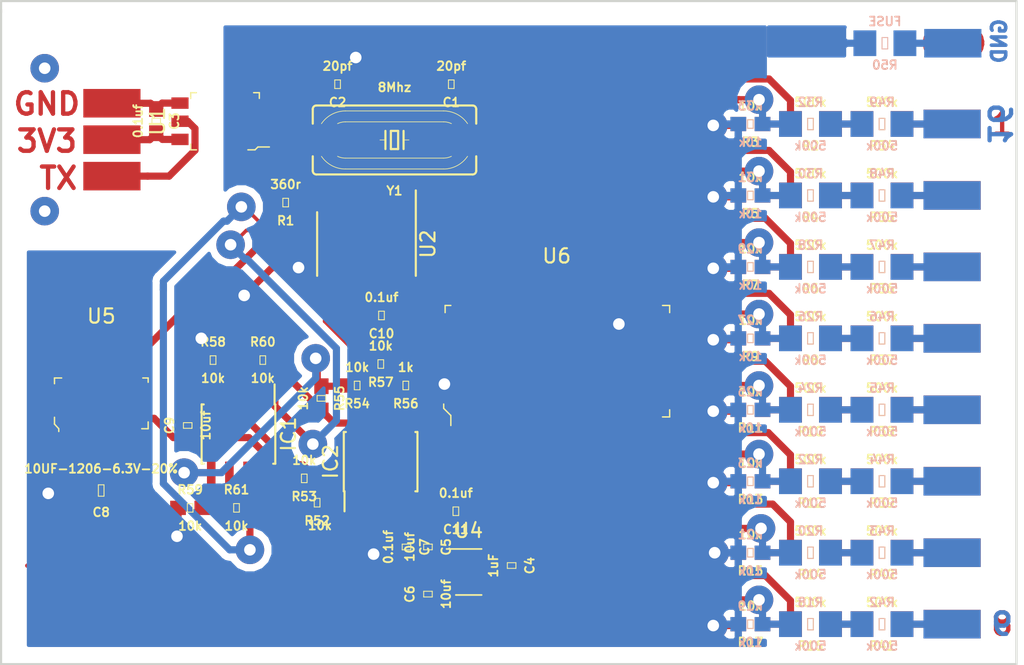
<source format=kicad_pcb>
(kicad_pcb (version 20171130) (host pcbnew 5.0.0)
  (layers (0 F.Cu signal) (31 B.Cu signal) (34 B.Paste user) (35 F.Paste user) (36 B.SilkS user) (37 F.SilkS user) (38 B.Mask user) (39 F.Mask user) (44 Edge.Cuts user))
  (net 0 "")
  (net 1 +3.3V)
  (net 2 GND)
  (net 3 "Net-(R1-Pad2)")
  (net 4 /ISOL_GND)
  (net 5 /ISOL_OUTPUT)
  (net 6 /ISOL_3v3)
  (net 7 /MUX_OUT)
  (net 8 /S2)
  (net 9 /Dividers/OUT8)
  (net 10 /Dividers/OUT7)
  (net 11 /Dividers/OUT6)
  (net 12 /Dividers/OUT5)
  (net 13 /Dividers/OUT4)
  (net 14 /Dividers/OUT3)
  (net 15 /Dividers/OUT2)
  (net 16 /Dividers/OUT1)
  (net 17 /S0)
  (net 18 /S1)
  (net 19 /S3)
  (net 20 /Dividers/OUT16)
  (net 21 /Dividers/OUT15)
  (net 22 /Dividers/OUT14)
  (net 23 /Dividers/OUT13)
  (net 24 /Dividers/OUT12)
  (net 25 /Dividers/OUT11)
  (net 26 /Dividers/OUT10)
  (net 27 /Dividers/OUT9)
  (net 28 -3V3)
  (net 29 "Net-(C4-Pad1)")
  (net 30 "Net-(C4-Pad2)")
  (net 31 "Net-(U2-Pad1)")
  (net 32 "Net-(C1-Pad1)")
  (net 33 "Net-(C2-Pad2)")
  (net 34 /RESET)
  (net 35 /UART_TX)
  (net 36 /UART_RX)
  (net 37 /SCL)
  (net 38 /SDA)
  (net 39 /SWDIO)
  (net 40 /SWCLK)
  (net 41 "Net-(IC1-Pad6)")
  (net 42 "Net-(IC1-Pad5)")
  (net 43 "Net-(IC1-Pad3)")
  (net 44 "Net-(IC1-Pad2)")
  (net 45 "Net-(R12-Pad1)")
  (net 46 "Net-(R26-Pad1)")
  (net 47 "Net-(R28-Pad1)")
  (net 48 "Net-(R30-Pad1)")
  (net 49 "Net-(R32-Pad1)")
  (net 50 "Net-(R18-Pad1)")
  (net 51 "Net-(R10-Pad1)")
  (net 52 "Net-(R24-Pad1)")
  (net 53 "Net-(R37-Pad2)")
  (net 54 "Net-(R14-Pad1)")
  (net 55 "Net-(R16-Pad1)")
  (net 56 "Net-(R36-Pad2)")
  (net 57 "Net-(R35-Pad2)")
  (net 58 "Net-(R2-Pad1)")
  (net 59 "Net-(R20-Pad1)")
  (net 60 "Net-(R22-Pad1)")
  (net 61 "Net-(J9-Pad1)")
  (net 62 "Net-(J17-Pad1)")
  (net 63 "Net-(J2-Pad1)")
  (net 64 "Net-(J3-Pad1)")
  (net 65 "Net-(J4-Pad1)")
  (net 66 "Net-(J5-Pad1)")
  (net 67 "Net-(J6-Pad1)")
  (net 68 "Net-(J7-Pad1)")
  (net 69 "Net-(J8-Pad1)")
  (net 70 "Net-(J10-Pad1)")
  (net 71 "Net-(J11-Pad1)")
  (net 72 "Net-(J12-Pad1)")
  (net 73 "Net-(J13-Pad1)")
  (net 74 "Net-(J14-Pad1)")
  (net 75 "Net-(J15-Pad1)")
  (net 76 "Net-(J16-Pad1)")
  (net 77 "Net-(IC2-Pad6)")
  (net 78 /BATT)
  (net 79 "Net-(IC2-Pad1)")
  (net 80 "Net-(IC2-Pad7)")
  (net 81 /SHIFTED_x1)
  (net 82 /SHIFTED_x10)
  (net 83 "Net-(J25-Pad1)")
  (net 84 "Net-(U2-Pad10)")
  (module digikey-footprints:SOIC-24_W7.50mm (layer F.Cu) (at 96.25 156.8)
    (fp_text reference U6 (at 0 -7.36) (layer F.SilkS))
    (fp_text value CD74HC4067M96)
    (pad 1 smd rect (at -6.985 4.7) (size 0.6 2) (layers F.Cu F.Paste F.Mask) (net 7 /MUX_OUT))
    (pad 13 smd rect (at 6.985 -4.7) (size 0.6 2) (layers F.Cu F.Paste F.Mask) (net 8 /S2))
    (pad 2 smd rect (at -5.715 4.7) (size 0.6 2) (layers F.Cu F.Paste F.Mask) (net 27 /Dividers/OUT9))
    (pad 3 smd rect (at -4.445 4.7) (size 0.6 2) (layers F.Cu F.Paste F.Mask) (net 9 /Dividers/OUT8))
    (pad 4 smd rect (at -3.175 4.7) (size 0.6 2) (layers F.Cu F.Paste F.Mask) (net 26 /Dividers/OUT10))
    (pad 5 smd rect (at -1.905 4.7) (size 0.6 2) (layers F.Cu F.Paste F.Mask) (net 10 /Dividers/OUT7))
    (pad 6 smd rect (at -0.635 4.7) (size 0.6 2) (layers F.Cu F.Paste F.Mask) (net 25 /Dividers/OUT11))
    (pad 7 smd rect (at 0.635 4.7) (size 0.6 2) (layers F.Cu F.Paste F.Mask) (net 11 /Dividers/OUT6))
    (pad 8 smd rect (at 1.905 4.7) (size 0.6 2) (layers F.Cu F.Paste F.Mask) (net 24 /Dividers/OUT12))
    (pad 9 smd rect (at 3.175 4.7) (size 0.6 2) (layers F.Cu F.Paste F.Mask) (net 12 /Dividers/OUT5))
    (pad 10 smd rect (at 4.445 4.7) (size 0.6 2) (layers F.Cu F.Paste F.Mask) (net 17 /S0))
    (pad 11 smd rect (at 5.715 4.7) (size 0.6 2) (layers F.Cu F.Paste F.Mask) (net 18 /S1))
    (pad 12 smd rect (at 6.985 4.7) (size 0.6 2) (layers F.Cu F.Paste F.Mask) (net 2 GND))
    (pad 14 smd rect (at 5.715 -4.7) (size 0.6 2) (layers F.Cu F.Paste F.Mask) (net 19 /S3))
    (pad 15 smd rect (at 4.445 -4.7) (size 0.6 2) (layers F.Cu F.Paste F.Mask) (net 2 GND))
    (pad 16 smd rect (at 3.175 -4.7) (size 0.6 2) (layers F.Cu F.Paste F.Mask) (net 23 /Dividers/OUT13))
    (pad 17 smd rect (at 1.905 -4.7) (size 0.6 2) (layers F.Cu F.Paste F.Mask) (net 13 /Dividers/OUT4))
    (pad 18 smd rect (at 0.635 -4.7) (size 0.6 2) (layers F.Cu F.Paste F.Mask) (net 22 /Dividers/OUT14))
    (pad 19 smd rect (at -0.635 -4.7) (size 0.6 2) (layers F.Cu F.Paste F.Mask) (net 14 /Dividers/OUT3))
    (pad 20 smd rect (at -1.905 -4.7) (size 0.6 2) (layers F.Cu F.Paste F.Mask) (net 21 /Dividers/OUT15))
    (pad 21 smd rect (at -3.175 -4.7) (size 0.6 2) (layers F.Cu F.Paste F.Mask) (net 15 /Dividers/OUT2))
    (pad 22 smd rect (at -4.445 -4.7) (size 0.6 2) (layers F.Cu F.Paste F.Mask) (net 20 /Dividers/OUT16))
    (pad 23 smd rect (at -5.715 -4.7) (size 0.6 2) (layers F.Cu F.Paste F.Mask) (net 16 /Dividers/OUT1))
    (pad 24 smd rect (at -6.985 -4.7) (size 0.6 2) (layers F.Cu F.Paste F.Mask) (net 1 +3.3V))
  )
  (module 0603 (layer F.Cu) (at 89.2 167.3 180)
    (fp_text reference C11 (at 0 -1.27 180) (layer F.SilkS) (effects (font (size 0.6096 0.6096) (thickness 0.127))))
    (fp_text value 0.1uf (at 0 1.27 180) (layer F.SilkS) (effects (font (size 0.6096 0.6096) (thickness 0.127))))
    (pad 1 smd rect (at -0.84836 0 180) (size 1.09982 0.99822) (layers F.Cu F.Paste F.Mask) (net 1 +3.3V))
    (pad 2 smd rect (at 0.84836 0 180) (size 1.09982 0.99822) (layers F.Cu F.Paste F.Mask) (net 28 -3V3))
  )
  (module 1206 (layer B.Cu) (at 119.2 134.55)
    (fp_text reference R50 (at 0 1.524) (layer B.SilkS) (effects (font (size 0.6096 0.6096) (thickness 0.127)) (justify mirror)))
    (fp_text value FUSE (at 0 -1.524) (layer B.SilkS) (effects (font (size 0.6096 0.6096) (thickness 0.127)) (justify mirror)))
    (pad 1 smd rect (at -1.39954 0) (size 1.59766 1.79832) (layers B.Cu B.Paste B.Mask) (net 2 GND))
    (pad 2 smd rect (at 1.39954 0) (size 1.59766 1.79832) (layers B.Cu B.Paste B.Mask) (net 83 "Net-(J25-Pad1)"))
  )
  (module 0xDBFB7:CAP_WIRE_CONNECTION (layer B.Cu) (at 123.95 134.55 90)
    (fp_text reference J25 hide)
    (fp_text value GND)
    (pad 1 smd rect (at 0 0 90) (size 2 4) (layers B.Cu B.Paste B.Mask) (net 83 "Net-(J25-Pad1)"))
  )
  (module 0603 (layer F.Cu) (at 84 153.6 180)
    (fp_text reference C10 (at 0 -1.27 180) (layer F.SilkS) (effects (font (size 0.6096 0.6096) (thickness 0.127))))
    (fp_text value 0.1uf (at 0 1.27 180) (layer F.SilkS) (effects (font (size 0.6096 0.6096) (thickness 0.127))))
    (pad 1 smd rect (at -0.84836 0 180) (size 1.09982 0.99822) (layers F.Cu F.Paste F.Mask) (net 1 +3.3V))
    (pad 2 smd rect (at 0.84836 0 180) (size 1.09982 0.99822) (layers F.Cu F.Paste F.Mask) (net 2 GND))
  )
  (module 0603 (layer F.Cu) (at 73.863061 167.063901)
    (fp_text reference R61 (at 0 -1.27) (layer F.SilkS) (effects (font (size 0.6096 0.6096) (thickness 0.127))))
    (fp_text value 10k (at 0 1.27) (layer F.SilkS) (effects (font (size 0.6096 0.6096) (thickness 0.127))))
    (pad 2 smd rect (at 0.84836 0) (size 1.09982 0.99822) (layers F.Cu F.Paste F.Mask) (net 82 /SHIFTED_x10))
    (pad 1 smd rect (at -0.84836 0) (size 1.09982 0.99822) (layers F.Cu F.Paste F.Mask) (net 41 "Net-(IC1-Pad6)"))
  )
  (module 0603 (layer F.Cu) (at 75.7 156.723901)
    (fp_text reference R60 (at 0 -1.27) (layer F.SilkS) (effects (font (size 0.6096 0.6096) (thickness 0.127))))
    (fp_text value 10k (at 0 1.27) (layer F.SilkS) (effects (font (size 0.6096 0.6096) (thickness 0.127))))
    (pad 1 smd rect (at -0.84836 0) (size 1.09982 0.99822) (layers F.Cu F.Paste F.Mask) (net 44 "Net-(IC1-Pad2)"))
    (pad 2 smd rect (at 0.84836 0) (size 1.09982 0.99822) (layers F.Cu F.Paste F.Mask) (net 81 /SHIFTED_x1))
  )
  (module 0603 (layer F.Cu) (at 70.623061 167.063901)
    (fp_text reference R59 (at 0 -1.27) (layer F.SilkS) (effects (font (size 0.6096 0.6096) (thickness 0.127))))
    (fp_text value 10k (at 0 1.27) (layer F.SilkS) (effects (font (size 0.6096 0.6096) (thickness 0.127))))
    (pad 2 smd rect (at 0.84836 0) (size 1.09982 0.99822) (layers F.Cu F.Paste F.Mask) (net 41 "Net-(IC1-Pad6)"))
    (pad 1 smd rect (at -0.84836 0) (size 1.09982 0.99822) (layers F.Cu F.Paste F.Mask) (net 2 GND))
  )
  (module 0603 (layer F.Cu) (at 72.223061 156.723901)
    (fp_text reference R58 (at 0 -1.27) (layer F.SilkS) (effects (font (size 0.6096 0.6096) (thickness 0.127))))
    (fp_text value 10k (at 0 1.27) (layer F.SilkS) (effects (font (size 0.6096 0.6096) (thickness 0.127))))
    (pad 1 smd rect (at -0.84836 0) (size 1.09982 0.99822) (layers F.Cu F.Paste F.Mask) (net 2 GND))
    (pad 2 smd rect (at 0.84836 0) (size 1.09982 0.99822) (layers F.Cu F.Paste F.Mask) (net 44 "Net-(IC1-Pad2)"))
  )
  (module 1206 (layer F.Cu) (at 64.4 165.85 180)
    (fp_text reference C8 (at 0 -1.524 180) (layer F.SilkS) (effects (font (size 0.6096 0.6096) (thickness 0.127))))
    (fp_text value 10UF-1206-6.3V-20% (at 0 1.524 180) (layer F.SilkS) (effects (font (size 0.6096 0.6096) (thickness 0.127))))
    (pad 1 smd rect (at -1.39954 0 180) (size 1.59766 1.79832) (layers F.Cu F.Paste F.Mask) (net 78 /BATT))
    (pad 2 smd rect (at 1.39954 0 180) (size 1.59766 1.79832) (layers F.Cu F.Paste F.Mask) (net 2 GND))
  )
  (module 0603 (layer F.Cu) (at 85.75 169.80164 270)
    (fp_text reference C7 (at 0 -1.27 270) (layer F.SilkS) (effects (font (size 0.6096 0.6096) (thickness 0.127))))
    (fp_text value 0.1uf (at 0 1.27 270) (layer F.SilkS) (effects (font (size 0.6096 0.6096) (thickness 0.127))))
    (pad 2 smd rect (at 0.84836 0 270) (size 1.09982 0.99822) (layers F.Cu F.Paste F.Mask) (net 2 GND))
    (pad 1 smd rect (at -0.84836 0 270) (size 1.09982 0.99822) (layers F.Cu F.Paste F.Mask) (net 28 -3V3))
  )
  (module 0603 (layer F.Cu) (at 87.25 173.1 90)
    (fp_text reference C6 (at 0 -1.27 90) (layer F.SilkS) (effects (font (size 0.6096 0.6096) (thickness 0.127))))
    (fp_text value 10uf (at 0 1.27 90) (layer F.SilkS) (effects (font (size 0.6096 0.6096) (thickness 0.127))))
    (pad 1 smd rect (at -0.84836 0 90) (size 1.09982 0.99822) (layers F.Cu F.Paste F.Mask) (net 1 +3.3V))
    (pad 2 smd rect (at 0.84836 0 90) (size 1.09982 0.99822) (layers F.Cu F.Paste F.Mask) (net 2 GND))
  )
  (module 0603 (layer F.Cu) (at 85.7 158.5 180)
    (fp_text reference R56 (at 0 -1.27 180) (layer F.SilkS) (effects (font (size 0.6096 0.6096) (thickness 0.127))))
    (fp_text value 1k (at 0 1.27 180) (layer F.SilkS) (effects (font (size 0.6096 0.6096) (thickness 0.127))))
    (pad 1 smd rect (at -0.84836 0 180) (size 1.09982 0.99822) (layers F.Cu F.Paste F.Mask) (net 2 GND))
    (pad 2 smd rect (at 0.84836 0 180) (size 1.09982 0.99822) (layers F.Cu F.Paste F.Mask) (net 77 "Net-(IC2-Pad6)"))
  )
  (module 0603 (layer F.Cu) (at 83.95164 157 180)
    (fp_text reference R57 (at 0 -1.27 180) (layer F.SilkS) (effects (font (size 0.6096 0.6096) (thickness 0.127))))
    (fp_text value 10k (at 0 1.27 180) (layer F.SilkS) (effects (font (size 0.6096 0.6096) (thickness 0.127))))
    (pad 2 smd rect (at 0.84836 0 180) (size 1.09982 0.99822) (layers F.Cu F.Paste F.Mask) (net 80 "Net-(IC2-Pad7)"))
    (pad 1 smd rect (at -0.84836 0 180) (size 1.09982 0.99822) (layers F.Cu F.Paste F.Mask) (net 77 "Net-(IC2-Pad6)"))
  )
  (module 0603 (layer F.Cu) (at 70.45 161.3 90)
    (fp_text reference C9 (at 0 -1.27 90) (layer F.SilkS) (effects (font (size 0.6096 0.6096) (thickness 0.127))))
    (fp_text value 10uf (at 0 1.27 90) (layer F.SilkS) (effects (font (size 0.6096 0.6096) (thickness 0.127))))
    (pad 1 smd rect (at -0.84836 0 90) (size 1.09982 0.99822) (layers F.Cu F.Paste F.Mask) (net 1 +3.3V))
    (pad 2 smd rect (at 0.84836 0 90) (size 1.09982 0.99822) (layers F.Cu F.Paste F.Mask) (net 2 GND))
  )
  (module 0xDBFB7:CAP_WIRE_CONNECTION (layer F.Cu) (at 66.1 169.35)
    (fp_text reference J23 hide)
    (fp_text value BATT)
    (pad 1 smd rect (at 0 0) (size 2 4) (layers F.Cu F.Paste F.Mask) (net 78 /BATT))
  )
  (module 0xDBFB7:CAP_WIRE_CONNECTION (layer F.Cu) (at 62.4 169.4 180)
    (fp_text reference J24 hide)
    (fp_text value GND)
    (pad 1 smd rect (at 0 0 180) (size 2 4) (layers F.Cu F.Paste F.Mask) (net 2 GND))
  )
  (module 0603 (layer F.Cu) (at 82.3 158.5 180)
    (fp_text reference R54 (at 0 -1.27 180) (layer F.SilkS) (effects (font (size 0.6096 0.6096) (thickness 0.127))))
    (fp_text value 10k (at 0 1.27 180) (layer F.SilkS) (effects (font (size 0.6096 0.6096) (thickness 0.127))))
    (pad 2 smd rect (at 0.84836 0 180) (size 1.09982 0.99822) (layers F.Cu F.Paste F.Mask) (net 42 "Net-(IC1-Pad5)"))
    (pad 1 smd rect (at -0.84836 0 180) (size 1.09982 0.99822) (layers F.Cu F.Paste F.Mask) (net 80 "Net-(IC2-Pad7)"))
  )
  (module 0603 (layer F.Cu) (at 79.8 159.4 270)
    (fp_text reference R55 (at 0 -1.27 270) (layer F.SilkS) (effects (font (size 0.6096 0.6096) (thickness 0.127))))
    (fp_text value 10k (at 0 1.27 270) (layer F.SilkS) (effects (font (size 0.6096 0.6096) (thickness 0.127))))
    (pad 1 smd rect (at -0.84836 0 270) (size 1.09982 0.99822) (layers F.Cu F.Paste F.Mask) (net 42 "Net-(IC1-Pad5)"))
    (pad 2 smd rect (at 0.84836 0 270) (size 1.09982 0.99822) (layers F.Cu F.Paste F.Mask) (net 1 +3.3V))
  )
  (module 0xDBFB7:CAP_WIRE_CONNECTION (layer F.Cu) (at 97 137.2)
    (fp_text reference J21 hide)
    (fp_text value ISOL_3v3)
    (pad 1 smd rect (at 0 0) (size 2 4) (layers F.Cu F.Paste F.Mask) (net 39 /SWDIO))
  )
  (module 0xDBFB7:CAP_WIRE_CONNECTION (layer F.Cu) (at 99.8 137.2)
    (fp_text reference J22 hide)
    (fp_text value ISOL_3v3)
    (pad 1 smd rect (at 0 0) (size 2 4) (layers F.Cu F.Paste F.Mask) (net 40 /SWCLK))
  )
  (module 0xDBFB7:CAP_WIRE_CONNECTION (layer F.Cu) (at 94.2 137.33)
    (fp_text reference J1 hide)
    (fp_text value ISOL_3v3)
    (pad 1 smd rect (at 0 0) (size 2 4) (layers F.Cu F.Paste F.Mask) (net 34 /RESET))
  )
  (module Package_SO:SOIC-8_3.9x4.9mm_P1.27mm (layer F.Cu) (at 74 161.9 270)
    (fp_text reference IC1 (at 0 -3.5 270) (layer F.SilkS))
    (fp_text value TLV9062IDR)
    (pad 1 smd rect (at -2.7 -1.905 270) (size 1.55 0.6) (layers F.Cu F.Paste F.Mask) (net 81 /SHIFTED_x1))
    (pad 2 smd rect (at -2.7 -0.635 270) (size 1.55 0.6) (layers F.Cu F.Paste F.Mask) (net 44 "Net-(IC1-Pad2)"))
    (pad 3 smd rect (at -2.7 0.635 270) (size 1.55 0.6) (layers F.Cu F.Paste F.Mask) (net 43 "Net-(IC1-Pad3)"))
    (pad 4 smd rect (at -2.7 1.905 270) (size 1.55 0.6) (layers F.Cu F.Paste F.Mask) (net 2 GND))
    (pad 5 smd rect (at 2.7 1.905 270) (size 1.55 0.6) (layers F.Cu F.Paste F.Mask) (net 42 "Net-(IC1-Pad5)"))
    (pad 6 smd rect (at 2.7 0.635 270) (size 1.55 0.6) (layers F.Cu F.Paste F.Mask) (net 41 "Net-(IC1-Pad6)"))
    (pad 7 smd rect (at 2.7 -0.635 270) (size 1.55 0.6) (layers F.Cu F.Paste F.Mask) (net 82 /SHIFTED_x10))
    (pad 8 smd rect (at 2.7 -1.905 270) (size 1.55 0.6) (layers F.Cu F.Paste F.Mask) (net 1 +3.3V))
  )
  (module Package_SO:SOIC-8_3.9x4.9mm_P1.27mm (layer F.Cu) (at 83.94 163.83 90)
    (fp_text reference IC2 (at 0 -3.5 90) (layer F.SilkS))
    (fp_text value AZ4580)
    (pad 1 smd rect (at -2.7 -1.905 90) (size 1.55 0.6) (layers F.Cu F.Paste F.Mask) (net 79 "Net-(IC2-Pad1)"))
    (pad 2 smd rect (at -2.7 -0.635 90) (size 1.55 0.6) (layers F.Cu F.Paste F.Mask) (net 79 "Net-(IC2-Pad1)"))
    (pad 3 smd rect (at -2.7 0.635 90) (size 1.55 0.6) (layers F.Cu F.Paste F.Mask) (net 7 /MUX_OUT))
    (pad 4 smd rect (at -2.7 1.905 90) (size 1.55 0.6) (layers F.Cu F.Paste F.Mask) (net 28 -3V3))
    (pad 5 smd rect (at 2.7 1.905 90) (size 1.55 0.6) (layers F.Cu F.Paste F.Mask) (net 7 /MUX_OUT))
    (pad 6 smd rect (at 2.7 0.635 90) (size 1.55 0.6) (layers F.Cu F.Paste F.Mask) (net 77 "Net-(IC2-Pad6)"))
    (pad 7 smd rect (at 2.7 -0.635 90) (size 1.55 0.6) (layers F.Cu F.Paste F.Mask) (net 80 "Net-(IC2-Pad7)"))
    (pad 8 smd rect (at 2.7 -1.905 90) (size 1.55 0.6) (layers F.Cu F.Paste F.Mask) (net 1 +3.3V))
  )
  (module 0xDBFB7:CAP_WIRE_CONNECTION (layer F.Cu) (at 65.15 143.85 270)
    (fp_text reference J20 hide)
    (fp_text value ISOL_OUTPUT)
    (pad 1 smd rect (at 0 0 270) (size 2 4) (layers F.Cu F.Paste F.Mask) (net 5 /ISOL_OUTPUT))
  )
  (module 0xDBFB7:CAP_WIRE_CONNECTION (layer F.Cu) (at 65.15 138.75 270)
    (fp_text reference J19 hide)
    (fp_text value ISOL_GND)
    (pad 1 smd rect (at 0 0 270) (size 2 4) (layers F.Cu F.Paste F.Mask) (net 4 /ISOL_GND))
  )
  (module 0xDBFB7:CAP_WIRE_CONNECTION (layer F.Cu) (at 65.15 141.3 270)
    (fp_text reference J18 hide)
    (fp_text value ISOL_3v3)
    (pad 1 smd rect (at 0 0 270) (size 2 4) (layers F.Cu F.Paste F.Mask) (net 6 /ISOL_3v3))
  )
  (module 0603 (layer F.Cu) (at 79.5 166.7 180)
    (fp_text reference R52 (at 0 -1.27 180) (layer F.SilkS) (effects (font (size 0.6096 0.6096) (thickness 0.127))))
    (fp_text value 10k (at -0.2 -1.6 180) (layer F.SilkS) (effects (font (size 0.6096 0.6096) (thickness 0.127))))
    (pad 2 smd rect (at 0.84836 0 180) (size 1.09982 0.99822) (layers F.Cu F.Paste F.Mask) (net 43 "Net-(IC1-Pad3)"))
    (pad 1 smd rect (at -0.84836 0 180) (size 1.09982 0.99822) (layers F.Cu F.Paste F.Mask) (net 79 "Net-(IC2-Pad1)"))
  )
  (module 0603 (layer F.Cu) (at 78.6 165 180)
    (fp_text reference R53 (at 0 -1.27 180) (layer F.SilkS) (effects (font (size 0.6096 0.6096) (thickness 0.127))))
    (fp_text value 10k (at 0 1.27 180) (layer F.SilkS) (effects (font (size 0.6096 0.6096) (thickness 0.127))))
    (pad 1 smd rect (at -0.84836 0 180) (size 1.09982 0.99822) (layers F.Cu F.Paste F.Mask) (net 43 "Net-(IC1-Pad3)"))
    (pad 2 smd rect (at 0.84836 0 180) (size 1.09982 0.99822) (layers F.Cu F.Paste F.Mask) (net 1 +3.3V))
  )
  (module HC49UP (layer F.Cu) (at 84.91 141.32 180)
    (fp_text reference Y1 (at 0 -3.556 180) (layer F.SilkS) (effects (font (size 0.6096 0.6096) (thickness 0.127))))
    (fp_text value 8Mhz (at 0 3.683 180) (layer F.SilkS) (effects (font (size 0.6096 0.6096) (thickness 0.127))))
    (pad 1 smd rect (at -4.826 0 180) (size 5.334 1.9304) (layers F.Cu F.Paste F.Mask) (net 32 "Net-(C1-Pad1)"))
    (pad 2 smd rect (at 4.826 0 180) (size 5.334 1.9304) (layers F.Cu F.Paste F.Mask) (net 33 "Net-(C2-Pad2)"))
  )
  (module 0xDBFB7:CAP_WIRE_CONNECTION (layer B.Cu) (at 123.896569 145.203433 270)
    (fp_text reference J16 hide)
    (fp_text value CONN_01)
    (pad 1 smd rect (at 0 0 270) (size 2 4) (layers B.Cu B.Paste B.Mask) (net 76 "Net-(J16-Pad1)"))
  )
  (module 0xDBFB7:CAP_WIRE_CONNECTION (layer B.Cu) (at 123.896569 150.203433 270)
    (fp_text reference J15 hide)
    (fp_text value CONN_01)
    (pad 1 smd rect (at 0 0 270) (size 2 4) (layers B.Cu B.Paste B.Mask) (net 75 "Net-(J15-Pad1)"))
  )
  (module 0xDBFB7:CAP_WIRE_CONNECTION (layer B.Cu) (at 123.896569 155.203433 270)
    (fp_text reference J14 hide)
    (fp_text value CONN_01)
    (pad 1 smd rect (at 0 0 270) (size 2 4) (layers B.Cu B.Paste B.Mask) (net 74 "Net-(J14-Pad1)"))
  )
  (module 0xDBFB7:CAP_WIRE_CONNECTION (layer B.Cu) (at 123.896569 160.203433 270)
    (fp_text reference J13 hide)
    (fp_text value CONN_01)
    (pad 1 smd rect (at 0 0 270) (size 2 4) (layers B.Cu B.Paste B.Mask) (net 73 "Net-(J13-Pad1)"))
  )
  (module 0xDBFB7:CAP_WIRE_CONNECTION (layer B.Cu) (at 123.896569 165.203433 270)
    (fp_text reference J12 hide)
    (fp_text value CONN_01)
    (pad 1 smd rect (at 0 0 270) (size 2 4) (layers B.Cu B.Paste B.Mask) (net 72 "Net-(J12-Pad1)"))
  )
  (module 0xDBFB7:CAP_WIRE_CONNECTION (layer B.Cu) (at 123.896569 170.203433 270)
    (fp_text reference J11 hide)
    (fp_text value CONN_01)
    (pad 1 smd rect (at 0 0 270) (size 2 4) (layers B.Cu B.Paste B.Mask) (net 71 "Net-(J11-Pad1)"))
  )
  (module 0xDBFB7:CAP_WIRE_CONNECTION (layer B.Cu) (at 123.896569 175.203433 270)
    (fp_text reference J10 hide)
    (fp_text value CONN_01)
    (pad 1 smd rect (at 0 0 270) (size 2 4) (layers B.Cu B.Paste B.Mask) (net 70 "Net-(J10-Pad1)"))
  )
  (module 0xDBFB7:CAP_WIRE_CONNECTION (layer F.Cu) (at 123.9 170.2 90)
    (fp_text reference J8 hide)
    (fp_text value CONN_01)
    (pad 1 smd rect (at 0 0 90) (size 2 4) (layers F.Cu F.Paste F.Mask) (net 69 "Net-(J8-Pad1)"))
  )
  (module 0xDBFB7:CAP_WIRE_CONNECTION (layer F.Cu) (at 123.9 165.2 90)
    (fp_text reference J7 hide)
    (fp_text value CONN_01)
    (pad 1 smd rect (at 0 0 90) (size 2 4) (layers F.Cu F.Paste F.Mask) (net 68 "Net-(J7-Pad1)"))
  )
  (module 0xDBFB7:CAP_WIRE_CONNECTION (layer F.Cu) (at 123.9 160.2 90)
    (fp_text reference J6 hide)
    (fp_text value CONN_01)
    (pad 1 smd rect (at 0 0 90) (size 2 4) (layers F.Cu F.Paste F.Mask) (net 67 "Net-(J6-Pad1)"))
  )
  (module 0xDBFB7:CAP_WIRE_CONNECTION (layer F.Cu) (at 123.9 155.2 90)
    (fp_text reference J5 hide)
    (fp_text value CONN_01)
    (pad 1 smd rect (at 0 0 90) (size 2 4) (layers F.Cu F.Paste F.Mask) (net 66 "Net-(J5-Pad1)"))
  )
  (module 0xDBFB7:CAP_WIRE_CONNECTION (layer F.Cu) (at 123.9 150.2 90)
    (fp_text reference J4 hide)
    (fp_text value CONN_01)
    (pad 1 smd rect (at 0 0 90) (size 2 4) (layers F.Cu F.Paste F.Mask) (net 65 "Net-(J4-Pad1)"))
  )
  (module 0xDBFB7:CAP_WIRE_CONNECTION (layer F.Cu) (at 123.9 145.2 90)
    (fp_text reference J3 hide)
    (fp_text value CONN_01)
    (pad 1 smd rect (at 0 0 90) (size 2 4) (layers F.Cu F.Paste F.Mask) (net 64 "Net-(J3-Pad1)"))
  )
  (module 0xDBFB7:CAP_WIRE_CONNECTION (layer F.Cu) (at 123.9 140.2 90)
    (fp_text reference J2 hide)
    (fp_text value CONN_01)
    (pad 1 smd rect (at 0 0 90) (size 2 4) (layers F.Cu F.Paste F.Mask) (net 63 "Net-(J2-Pad1)"))
  )
  (module 0xDBFB7:CAP_WIRE_CONNECTION (layer B.Cu) (at 123.896569 140.203433 270)
    (fp_text reference J17 hide)
    (fp_text value CONN_01)
    (pad 1 smd rect (at 0 0 270) (size 2 4) (layers B.Cu B.Paste B.Mask) (net 62 "Net-(J17-Pad1)"))
  )
  (module 0xDBFB7:CAP_WIRE_CONNECTION (layer F.Cu) (at 123.9 175.2 90)
    (fp_text reference J9 hide)
    (fp_text value CONN_01)
    (pad 1 smd rect (at 0 0 90) (size 2 4) (layers F.Cu F.Paste F.Mask) (net 61 "Net-(J9-Pad1)"))
  )
  (module 1206 (layer F.Cu) (at 119 150.2 180)
    (fp_text reference R36 (at 0 -1.524 180) (layer F.SilkS) (effects (font (size 0.6096 0.6096) (thickness 0.127))))
    (fp_text value 500k (at 0 1.524 180) (layer F.SilkS) (effects (font (size 0.6096 0.6096) (thickness 0.127))))
    (pad 2 smd rect (at 1.39954 0 180) (size 1.59766 1.79832) (layers F.Cu F.Paste F.Mask) (net 56 "Net-(R36-Pad2)"))
    (pad 1 smd rect (at -1.39954 0 180) (size 1.59766 1.79832) (layers F.Cu F.Paste F.Mask) (net 65 "Net-(J4-Pad1)"))
  )
  (module 1206 (layer B.Cu) (at 118.996569 175.203433 180)
    (fp_text reference R42 (at 0 1.524 180) (layer B.SilkS) (effects (font (size 0.6096 0.6096) (thickness 0.127)) (justify mirror)))
    (fp_text value 500k (at 0 -1.524 180) (layer B.SilkS) (effects (font (size 0.6096 0.6096) (thickness 0.127)) (justify mirror)))
    (pad 1 smd rect (at -1.39954 0 180) (size 1.59766 1.79832) (layers B.Cu B.Paste B.Mask) (net 70 "Net-(J10-Pad1)"))
    (pad 2 smd rect (at 1.39954 0 180) (size 1.59766 1.79832) (layers B.Cu B.Paste B.Mask) (net 50 "Net-(R18-Pad1)"))
  )
  (module 1206 (layer F.Cu) (at 119 175.2 180)
    (fp_text reference R41 (at 0 -1.524 180) (layer F.SilkS) (effects (font (size 0.6096 0.6096) (thickness 0.127))))
    (fp_text value 500k (at 0 1.524 180) (layer F.SilkS) (effects (font (size 0.6096 0.6096) (thickness 0.127))))
    (pad 2 smd rect (at 1.39954 0 180) (size 1.59766 1.79832) (layers F.Cu F.Paste F.Mask) (net 55 "Net-(R16-Pad1)"))
    (pad 1 smd rect (at -1.39954 0 180) (size 1.59766 1.79832) (layers F.Cu F.Paste F.Mask) (net 61 "Net-(J9-Pad1)"))
  )
  (module 1206 (layer F.Cu) (at 119 170.2 180)
    (fp_text reference R40 (at 0 -1.524 180) (layer F.SilkS) (effects (font (size 0.6096 0.6096) (thickness 0.127))))
    (fp_text value 500k (at 0 1.524 180) (layer F.SilkS) (effects (font (size 0.6096 0.6096) (thickness 0.127))))
    (pad 1 smd rect (at -1.39954 0 180) (size 1.59766 1.79832) (layers F.Cu F.Paste F.Mask) (net 69 "Net-(J8-Pad1)"))
    (pad 2 smd rect (at 1.39954 0 180) (size 1.59766 1.79832) (layers F.Cu F.Paste F.Mask) (net 54 "Net-(R14-Pad1)"))
  )
  (module 1206 (layer F.Cu) (at 119 165.2 180)
    (fp_text reference R39 (at 0 -1.524 180) (layer F.SilkS) (effects (font (size 0.6096 0.6096) (thickness 0.127))))
    (fp_text value 500k (at 0 1.524 180) (layer F.SilkS) (effects (font (size 0.6096 0.6096) (thickness 0.127))))
    (pad 2 smd rect (at 1.39954 0 180) (size 1.59766 1.79832) (layers F.Cu F.Paste F.Mask) (net 45 "Net-(R12-Pad1)"))
    (pad 1 smd rect (at -1.39954 0 180) (size 1.59766 1.79832) (layers F.Cu F.Paste F.Mask) (net 68 "Net-(J7-Pad1)"))
  )
  (module 1206 (layer F.Cu) (at 119 160.2 180)
    (fp_text reference R38 (at 0 -1.524 180) (layer F.SilkS) (effects (font (size 0.6096 0.6096) (thickness 0.127))))
    (fp_text value 500k (at 0 1.524 180) (layer F.SilkS) (effects (font (size 0.6096 0.6096) (thickness 0.127))))
    (pad 1 smd rect (at -1.39954 0 180) (size 1.59766 1.79832) (layers F.Cu F.Paste F.Mask) (net 67 "Net-(J6-Pad1)"))
    (pad 2 smd rect (at 1.39954 0 180) (size 1.59766 1.79832) (layers F.Cu F.Paste F.Mask) (net 51 "Net-(R10-Pad1)"))
  )
  (module 1206 (layer F.Cu) (at 119 155.2 180)
    (fp_text reference R37 (at 0 -1.524 180) (layer F.SilkS) (effects (font (size 0.6096 0.6096) (thickness 0.127))))
    (fp_text value 500k (at 0 1.524 180) (layer F.SilkS) (effects (font (size 0.6096 0.6096) (thickness 0.127))))
    (pad 2 smd rect (at 1.39954 0 180) (size 1.59766 1.79832) (layers F.Cu F.Paste F.Mask) (net 53 "Net-(R37-Pad2)"))
    (pad 1 smd rect (at -1.39954 0 180) (size 1.59766 1.79832) (layers F.Cu F.Paste F.Mask) (net 66 "Net-(J5-Pad1)"))
  )
  (module 1206 (layer F.Cu) (at 119 145.2 180)
    (fp_text reference R35 (at 0 -1.524 180) (layer F.SilkS) (effects (font (size 0.6096 0.6096) (thickness 0.127))))
    (fp_text value 500k (at 0 1.524 180) (layer F.SilkS) (effects (font (size 0.6096 0.6096) (thickness 0.127))))
    (pad 1 smd rect (at -1.39954 0 180) (size 1.59766 1.79832) (layers F.Cu F.Paste F.Mask) (net 64 "Net-(J3-Pad1)"))
    (pad 2 smd rect (at 1.39954 0 180) (size 1.59766 1.79832) (layers F.Cu F.Paste F.Mask) (net 57 "Net-(R35-Pad2)"))
  )
  (module 1206 (layer F.Cu) (at 119 140.2 180)
    (fp_text reference R34 (at 0 -1.524 180) (layer F.SilkS) (effects (font (size 0.6096 0.6096) (thickness 0.127))))
    (fp_text value 500k (at 0 1.524 180) (layer F.SilkS) (effects (font (size 0.6096 0.6096) (thickness 0.127))))
    (pad 2 smd rect (at 1.39954 0 180) (size 1.59766 1.79832) (layers F.Cu F.Paste F.Mask) (net 58 "Net-(R2-Pad1)"))
    (pad 1 smd rect (at -1.39954 0 180) (size 1.59766 1.79832) (layers F.Cu F.Paste F.Mask) (net 63 "Net-(J2-Pad1)"))
  )
  (module 1206 (layer B.Cu) (at 118.996569 165.203433 180)
    (fp_text reference R44 (at 0 1.524 180) (layer B.SilkS) (effects (font (size 0.6096 0.6096) (thickness 0.127)) (justify mirror)))
    (fp_text value 500k (at 0 -1.524 180) (layer B.SilkS) (effects (font (size 0.6096 0.6096) (thickness 0.127)) (justify mirror)))
    (pad 1 smd rect (at -1.39954 0 180) (size 1.59766 1.79832) (layers B.Cu B.Paste B.Mask) (net 72 "Net-(J12-Pad1)"))
    (pad 2 smd rect (at 1.39954 0 180) (size 1.59766 1.79832) (layers B.Cu B.Paste B.Mask) (net 60 "Net-(R22-Pad1)"))
  )
  (module 1206 (layer B.Cu) (at 118.996569 170.203433 180)
    (fp_text reference R43 (at 0 1.524 180) (layer B.SilkS) (effects (font (size 0.6096 0.6096) (thickness 0.127)) (justify mirror)))
    (fp_text value 500k (at 0 -1.524 180) (layer B.SilkS) (effects (font (size 0.6096 0.6096) (thickness 0.127)) (justify mirror)))
    (pad 2 smd rect (at 1.39954 0 180) (size 1.59766 1.79832) (layers B.Cu B.Paste B.Mask) (net 59 "Net-(R20-Pad1)"))
    (pad 1 smd rect (at -1.39954 0 180) (size 1.59766 1.79832) (layers B.Cu B.Paste B.Mask) (net 71 "Net-(J11-Pad1)"))
  )
  (module 1206 (layer B.Cu) (at 118.996569 160.203433 180)
    (fp_text reference R45 (at 0 1.524 180) (layer B.SilkS) (effects (font (size 0.6096 0.6096) (thickness 0.127)) (justify mirror)))
    (fp_text value 500k (at 0 -1.524 180) (layer B.SilkS) (effects (font (size 0.6096 0.6096) (thickness 0.127)) (justify mirror)))
    (pad 1 smd rect (at -1.39954 0 180) (size 1.59766 1.79832) (layers B.Cu B.Paste B.Mask) (net 73 "Net-(J13-Pad1)"))
    (pad 2 smd rect (at 1.39954 0 180) (size 1.59766 1.79832) (layers B.Cu B.Paste B.Mask) (net 52 "Net-(R24-Pad1)"))
  )
  (module 1206 (layer B.Cu) (at 118.996569 140.203433 180)
    (fp_text reference R49 (at 0 1.524 180) (layer B.SilkS) (effects (font (size 0.6096 0.6096) (thickness 0.127)) (justify mirror)))
    (fp_text value 500k (at 0 -1.524 180) (layer B.SilkS) (effects (font (size 0.6096 0.6096) (thickness 0.127)) (justify mirror)))
    (pad 2 smd rect (at 1.39954 0 180) (size 1.59766 1.79832) (layers B.Cu B.Paste B.Mask) (net 49 "Net-(R32-Pad1)"))
    (pad 1 smd rect (at -1.39954 0 180) (size 1.59766 1.79832) (layers B.Cu B.Paste B.Mask) (net 62 "Net-(J17-Pad1)"))
  )
  (module 1206 (layer B.Cu) (at 118.996569 145.203433 180)
    (fp_text reference R48 (at 0 1.524 180) (layer B.SilkS) (effects (font (size 0.6096 0.6096) (thickness 0.127)) (justify mirror)))
    (fp_text value 500k (at 0 -1.524 180) (layer B.SilkS) (effects (font (size 0.6096 0.6096) (thickness 0.127)) (justify mirror)))
    (pad 1 smd rect (at -1.39954 0 180) (size 1.59766 1.79832) (layers B.Cu B.Paste B.Mask) (net 76 "Net-(J16-Pad1)"))
    (pad 2 smd rect (at 1.39954 0 180) (size 1.59766 1.79832) (layers B.Cu B.Paste B.Mask) (net 48 "Net-(R30-Pad1)"))
  )
  (module 1206 (layer B.Cu) (at 118.996569 150.203433 180)
    (fp_text reference R47 (at 0 1.524 180) (layer B.SilkS) (effects (font (size 0.6096 0.6096) (thickness 0.127)) (justify mirror)))
    (fp_text value 500k (at 0 -1.524 180) (layer B.SilkS) (effects (font (size 0.6096 0.6096) (thickness 0.127)) (justify mirror)))
    (pad 2 smd rect (at 1.39954 0 180) (size 1.59766 1.79832) (layers B.Cu B.Paste B.Mask) (net 47 "Net-(R28-Pad1)"))
    (pad 1 smd rect (at -1.39954 0 180) (size 1.59766 1.79832) (layers B.Cu B.Paste B.Mask) (net 75 "Net-(J15-Pad1)"))
  )
  (module 1206 (layer B.Cu) (at 118.996569 155.203433 180)
    (fp_text reference R46 (at 0 1.524 180) (layer B.SilkS) (effects (font (size 0.6096 0.6096) (thickness 0.127)) (justify mirror)))
    (fp_text value 500k (at 0 -1.524 180) (layer B.SilkS) (effects (font (size 0.6096 0.6096) (thickness 0.127)) (justify mirror)))
    (pad 1 smd rect (at -1.39954 0 180) (size 1.59766 1.79832) (layers B.Cu B.Paste B.Mask) (net 74 "Net-(J14-Pad1)"))
    (pad 2 smd rect (at 1.39954 0 180) (size 1.59766 1.79832) (layers B.Cu B.Paste B.Mask) (net 46 "Net-(R26-Pad1)"))
  )
  (module 0603 (layer F.Cu) (at 109.8 145.2 180)
    (fp_text reference R5 (at 0 -1.27 180) (layer F.SilkS) (effects (font (size 0.6096 0.6096) (thickness 0.127))))
    (fp_text value 10k (at 0 1.27 180) (layer F.SilkS) (effects (font (size 0.6096 0.6096) (thickness 0.127))))
    (pad 2 smd rect (at 0.84836 0 180) (size 1.09982 0.99822) (layers F.Cu F.Paste F.Mask) (net 2 GND))
    (pad 1 smd rect (at -0.84836 0 180) (size 1.09982 0.99822) (layers F.Cu F.Paste F.Mask) (net 15 /Dividers/OUT2))
  )
  (module 0603 (layer F.Cu) (at 80.93 137.42 180)
    (fp_text reference C2 (at 0 -1.27 180) (layer F.SilkS) (effects (font (size 0.6096 0.6096) (thickness 0.127))))
    (fp_text value 20pf (at 0 1.27 180) (layer F.SilkS) (effects (font (size 0.6096 0.6096) (thickness 0.127))))
    (pad 1 smd rect (at -0.84836 0 180) (size 1.09982 0.99822) (layers F.Cu F.Paste F.Mask) (net 2 GND))
    (pad 2 smd rect (at 0.84836 0 180) (size 1.09982 0.99822) (layers F.Cu F.Paste F.Mask) (net 33 "Net-(C2-Pad2)"))
  )
  (module 0603 (layer F.Cu) (at 68.25 140 270)
    (fp_text reference C3 (at 0 -1.27 270) (layer F.SilkS) (effects (font (size 0.6096 0.6096) (thickness 0.127))))
    (fp_text value 0.1uf (at 0 1.27 270) (layer F.SilkS) (effects (font (size 0.6096 0.6096) (thickness 0.127))))
    (pad 2 smd rect (at 0.84836 0 270) (size 1.09982 0.99822) (layers F.Cu F.Paste F.Mask) (net 6 /ISOL_3v3))
    (pad 1 smd rect (at -0.84836 0 270) (size 1.09982 0.99822) (layers F.Cu F.Paste F.Mask) (net 4 /ISOL_GND))
  )
  (module 0603 (layer F.Cu) (at 93.1 171.1 270)
    (fp_text reference C4 (at 0 -1.27 270) (layer F.SilkS) (effects (font (size 0.6096 0.6096) (thickness 0.127))))
    (fp_text value 1uF (at 0 1.27 270) (layer F.SilkS) (effects (font (size 0.6096 0.6096) (thickness 0.127))))
    (pad 1 smd rect (at -0.84836 0 270) (size 1.09982 0.99822) (layers F.Cu F.Paste F.Mask) (net 29 "Net-(C4-Pad1)"))
    (pad 2 smd rect (at 0.84836 0 270) (size 1.09982 0.99822) (layers F.Cu F.Paste F.Mask) (net 30 "Net-(C4-Pad2)"))
  )
  (module 0603 (layer F.Cu) (at 87.25 169.8 270)
    (fp_text reference C5 (at 0 -1.27 270) (layer F.SilkS) (effects (font (size 0.6096 0.6096) (thickness 0.127))))
    (fp_text value 10uf (at 0 1.27 270) (layer F.SilkS) (effects (font (size 0.6096 0.6096) (thickness 0.127))))
    (pad 2 smd rect (at 0.84836 0 270) (size 1.09982 0.99822) (layers F.Cu F.Paste F.Mask) (net 2 GND))
    (pad 1 smd rect (at -0.84836 0 270) (size 1.09982 0.99822) (layers F.Cu F.Paste F.Mask) (net 28 -3V3))
  )
  (module 0603 (layer F.Cu) (at 77.3 145.7 180)
    (fp_text reference R1 (at 0 -1.27 180) (layer F.SilkS) (effects (font (size 0.6096 0.6096) (thickness 0.127))))
    (fp_text value 360r (at 0 1.27 180) (layer F.SilkS) (effects (font (size 0.6096 0.6096) (thickness 0.127))))
    (pad 1 smd rect (at -0.84836 0 180) (size 1.09982 0.99822) (layers F.Cu F.Paste F.Mask) (net 35 /UART_TX))
    (pad 2 smd rect (at 0.84836 0 180) (size 1.09982 0.99822) (layers F.Cu F.Paste F.Mask) (net 3 "Net-(R1-Pad2)"))
  )
  (module 0603 (layer B.Cu) (at 109.796569 140.203433 180)
    (fp_text reference R33 (at 0 1.27 180) (layer B.SilkS) (effects (font (size 0.6096 0.6096) (thickness 0.127)) (justify mirror)))
    (fp_text value 10k (at 0 -1.27 180) (layer B.SilkS) (effects (font (size 0.6096 0.6096) (thickness 0.127)) (justify mirror)))
    (pad 2 smd rect (at 0.84836 0 180) (size 1.09982 0.99822) (layers B.Cu B.Paste B.Mask) (net 2 GND))
    (pad 1 smd rect (at -0.84836 0 180) (size 1.09982 0.99822) (layers B.Cu B.Paste B.Mask) (net 20 /Dividers/OUT16))
  )
  (module 0603 (layer B.Cu) (at 109.796569 145.203433 180)
    (fp_text reference R31 (at 0 1.27 180) (layer B.SilkS) (effects (font (size 0.6096 0.6096) (thickness 0.127)) (justify mirror)))
    (fp_text value 10k (at 0 -1.27 180) (layer B.SilkS) (effects (font (size 0.6096 0.6096) (thickness 0.127)) (justify mirror)))
    (pad 1 smd rect (at -0.84836 0 180) (size 1.09982 0.99822) (layers B.Cu B.Paste B.Mask) (net 21 /Dividers/OUT15))
    (pad 2 smd rect (at 0.84836 0 180) (size 1.09982 0.99822) (layers B.Cu B.Paste B.Mask) (net 2 GND))
  )
  (module 0603 (layer B.Cu) (at 109.796569 150.203433 180)
    (fp_text reference R29 (at 0 1.27 180) (layer B.SilkS) (effects (font (size 0.6096 0.6096) (thickness 0.127)) (justify mirror)))
    (fp_text value 10k (at 0 -1.27 180) (layer B.SilkS) (effects (font (size 0.6096 0.6096) (thickness 0.127)) (justify mirror)))
    (pad 2 smd rect (at 0.84836 0 180) (size 1.09982 0.99822) (layers B.Cu B.Paste B.Mask) (net 2 GND))
    (pad 1 smd rect (at -0.84836 0 180) (size 1.09982 0.99822) (layers B.Cu B.Paste B.Mask) (net 22 /Dividers/OUT14))
  )
  (module 0603 (layer B.Cu) (at 109.796569 155.203433 180)
    (fp_text reference R27 (at 0 1.27 180) (layer B.SilkS) (effects (font (size 0.6096 0.6096) (thickness 0.127)) (justify mirror)))
    (fp_text value 10k (at 0 -1.27 180) (layer B.SilkS) (effects (font (size 0.6096 0.6096) (thickness 0.127)) (justify mirror)))
    (pad 1 smd rect (at -0.84836 0 180) (size 1.09982 0.99822) (layers B.Cu B.Paste B.Mask) (net 23 /Dividers/OUT13))
    (pad 2 smd rect (at 0.84836 0 180) (size 1.09982 0.99822) (layers B.Cu B.Paste B.Mask) (net 2 GND))
  )
  (module 0603 (layer F.Cu) (at 109.8 160.2 180)
    (fp_text reference R11 (at 0 -1.27 180) (layer F.SilkS) (effects (font (size 0.6096 0.6096) (thickness 0.127))))
    (fp_text value 10k (at 0 1.27 180) (layer F.SilkS) (effects (font (size 0.6096 0.6096) (thickness 0.127))))
    (pad 2 smd rect (at 0.84836 0 180) (size 1.09982 0.99822) (layers F.Cu F.Paste F.Mask) (net 2 GND))
    (pad 1 smd rect (at -0.84836 0 180) (size 1.09982 0.99822) (layers F.Cu F.Paste F.Mask) (net 12 /Dividers/OUT5))
  )
  (module 0603 (layer F.Cu) (at 109.8 165.2 180)
    (fp_text reference R13 (at 0 -1.27 180) (layer F.SilkS) (effects (font (size 0.6096 0.6096) (thickness 0.127))))
    (fp_text value 10k (at 0 1.27 180) (layer F.SilkS) (effects (font (size 0.6096 0.6096) (thickness 0.127))))
    (pad 1 smd rect (at -0.84836 0 180) (size 1.09982 0.99822) (layers F.Cu F.Paste F.Mask) (net 11 /Dividers/OUT6))
    (pad 2 smd rect (at 0.84836 0 180) (size 1.09982 0.99822) (layers F.Cu F.Paste F.Mask) (net 2 GND))
  )
  (module 0603 (layer F.Cu) (at 109.8 170.2 180)
    (fp_text reference R15 (at 0 -1.27 180) (layer F.SilkS) (effects (font (size 0.6096 0.6096) (thickness 0.127))))
    (fp_text value 10k (at 0 1.27 180) (layer F.SilkS) (effects (font (size 0.6096 0.6096) (thickness 0.127))))
    (pad 2 smd rect (at 0.84836 0 180) (size 1.09982 0.99822) (layers F.Cu F.Paste F.Mask) (net 2 GND))
    (pad 1 smd rect (at -0.84836 0 180) (size 1.09982 0.99822) (layers F.Cu F.Paste F.Mask) (net 10 /Dividers/OUT7))
  )
  (module 0603 (layer F.Cu) (at 88.88 137.42 180)
    (fp_text reference C1 (at 0 -1.27 180) (layer F.SilkS) (effects (font (size 0.6096 0.6096) (thickness 0.127))))
    (fp_text value 20pf (at 0 1.27 180) (layer F.SilkS) (effects (font (size 0.6096 0.6096) (thickness 0.127))))
    (pad 1 smd rect (at -0.84836 0 180) (size 1.09982 0.99822) (layers F.Cu F.Paste F.Mask) (net 32 "Net-(C1-Pad1)"))
    (pad 2 smd rect (at 0.84836 0 180) (size 1.09982 0.99822) (layers F.Cu F.Paste F.Mask) (net 2 GND))
  )
  (module 0603 (layer F.Cu) (at 109.8 175.2 180)
    (fp_text reference R17 (at 0 -1.27 180) (layer F.SilkS) (effects (font (size 0.6096 0.6096) (thickness 0.127))))
    (fp_text value 10k (at 0 1.27 180) (layer F.SilkS) (effects (font (size 0.6096 0.6096) (thickness 0.127))))
    (pad 2 smd rect (at 0.84836 0 180) (size 1.09982 0.99822) (layers F.Cu F.Paste F.Mask) (net 2 GND))
    (pad 1 smd rect (at -0.84836 0 180) (size 1.09982 0.99822) (layers F.Cu F.Paste F.Mask) (net 9 /Dividers/OUT8))
  )
  (module 0603 (layer F.Cu) (at 109.8 155.2 180)
    (fp_text reference R9 (at 0 -1.27 180) (layer F.SilkS) (effects (font (size 0.6096 0.6096) (thickness 0.127))))
    (fp_text value 10k (at 0 1.27 180) (layer F.SilkS) (effects (font (size 0.6096 0.6096) (thickness 0.127))))
    (pad 1 smd rect (at -0.84836 0 180) (size 1.09982 0.99822) (layers F.Cu F.Paste F.Mask) (net 13 /Dividers/OUT4))
    (pad 2 smd rect (at 0.84836 0 180) (size 1.09982 0.99822) (layers F.Cu F.Paste F.Mask) (net 2 GND))
  )
  (module 0603 (layer B.Cu) (at 109.796569 175.203433 180)
    (fp_text reference R19 (at 0 1.27 180) (layer B.SilkS) (effects (font (size 0.6096 0.6096) (thickness 0.127)) (justify mirror)))
    (fp_text value 10k (at 0 -1.27 180) (layer B.SilkS) (effects (font (size 0.6096 0.6096) (thickness 0.127)) (justify mirror)))
    (pad 2 smd rect (at 0.84836 0 180) (size 1.09982 0.99822) (layers B.Cu B.Paste B.Mask) (net 2 GND))
    (pad 1 smd rect (at -0.84836 0 180) (size 1.09982 0.99822) (layers B.Cu B.Paste B.Mask) (net 27 /Dividers/OUT9))
  )
  (module 0603 (layer B.Cu) (at 109.796569 170.203433 180)
    (fp_text reference R21 (at 0 1.27 180) (layer B.SilkS) (effects (font (size 0.6096 0.6096) (thickness 0.127)) (justify mirror)))
    (fp_text value 10k (at 0 -1.27 180) (layer B.SilkS) (effects (font (size 0.6096 0.6096) (thickness 0.127)) (justify mirror)))
    (pad 1 smd rect (at -0.84836 0 180) (size 1.09982 0.99822) (layers B.Cu B.Paste B.Mask) (net 26 /Dividers/OUT10))
    (pad 2 smd rect (at 0.84836 0 180) (size 1.09982 0.99822) (layers B.Cu B.Paste B.Mask) (net 2 GND))
  )
  (module 0603 (layer F.Cu) (at 109.8 150.2 180)
    (fp_text reference R7 (at 0 -1.27 180) (layer F.SilkS) (effects (font (size 0.6096 0.6096) (thickness 0.127))))
    (fp_text value 10k (at 0 1.27 180) (layer F.SilkS) (effects (font (size 0.6096 0.6096) (thickness 0.127))))
    (pad 2 smd rect (at 0.84836 0 180) (size 1.09982 0.99822) (layers F.Cu F.Paste F.Mask) (net 2 GND))
    (pad 1 smd rect (at -0.84836 0 180) (size 1.09982 0.99822) (layers F.Cu F.Paste F.Mask) (net 14 /Dividers/OUT3))
  )
  (module 0603 (layer B.Cu) (at 109.796569 165.203433 180)
    (fp_text reference R23 (at 0 1.27 180) (layer B.SilkS) (effects (font (size 0.6096 0.6096) (thickness 0.127)) (justify mirror)))
    (fp_text value 10k (at 0 -1.27 180) (layer B.SilkS) (effects (font (size 0.6096 0.6096) (thickness 0.127)) (justify mirror)))
    (pad 1 smd rect (at -0.84836 0 180) (size 1.09982 0.99822) (layers B.Cu B.Paste B.Mask) (net 25 /Dividers/OUT11))
    (pad 2 smd rect (at 0.84836 0 180) (size 1.09982 0.99822) (layers B.Cu B.Paste B.Mask) (net 2 GND))
  )
  (module 0603 (layer F.Cu) (at 109.8 140.2 180)
    (fp_text reference R3 (at 0 -1.27 180) (layer F.SilkS) (effects (font (size 0.6096 0.6096) (thickness 0.127))))
    (fp_text value 10k (at 0 1.27 180) (layer F.SilkS) (effects (font (size 0.6096 0.6096) (thickness 0.127))))
    (pad 2 smd rect (at 0.84836 0 180) (size 1.09982 0.99822) (layers F.Cu F.Paste F.Mask) (net 2 GND))
    (pad 1 smd rect (at -0.84836 0 180) (size 1.09982 0.99822) (layers F.Cu F.Paste F.Mask) (net 16 /Dividers/OUT1))
  )
  (module 0603 (layer B.Cu) (at 109.796569 160.203433 180)
    (fp_text reference R25 (at 0 1.27 180) (layer B.SilkS) (effects (font (size 0.6096 0.6096) (thickness 0.127)) (justify mirror)))
    (fp_text value 10k (at 0 -1.27 180) (layer B.SilkS) (effects (font (size 0.6096 0.6096) (thickness 0.127)) (justify mirror)))
    (pad 1 smd rect (at -0.84836 0 180) (size 1.09982 0.99822) (layers B.Cu B.Paste B.Mask) (net 24 /Dividers/OUT12))
    (pad 2 smd rect (at 0.84836 0 180) (size 1.09982 0.99822) (layers B.Cu B.Paste B.Mask) (net 2 GND))
  )
  (module 1206 (layer B.Cu) (at 113.996109 170.203433 180)
    (fp_text reference R20 (at 0 1.524 180) (layer B.SilkS) (effects (font (size 0.6096 0.6096) (thickness 0.127)) (justify mirror)))
    (fp_text value 500k (at 0 -1.524 180) (layer B.SilkS) (effects (font (size 0.6096 0.6096) (thickness 0.127)) (justify mirror)))
    (pad 2 smd rect (at 1.39954 0 180) (size 1.59766 1.79832) (layers B.Cu B.Paste B.Mask) (net 26 /Dividers/OUT10))
    (pad 1 smd rect (at -1.39954 0 180) (size 1.59766 1.79832) (layers B.Cu B.Paste B.Mask) (net 59 "Net-(R20-Pad1)"))
  )
  (module 1206 (layer F.Cu) (at 113.99954 175.2 180)
    (fp_text reference R16 (at 0 -1.524 180) (layer F.SilkS) (effects (font (size 0.6096 0.6096) (thickness 0.127))))
    (fp_text value 500k (at 0 1.524 180) (layer F.SilkS) (effects (font (size 0.6096 0.6096) (thickness 0.127))))
    (pad 1 smd rect (at -1.39954 0 180) (size 1.59766 1.79832) (layers F.Cu F.Paste F.Mask) (net 55 "Net-(R16-Pad1)"))
    (pad 2 smd rect (at 1.39954 0 180) (size 1.59766 1.79832) (layers F.Cu F.Paste F.Mask) (net 9 /Dividers/OUT8))
  )
  (module 1206 (layer B.Cu) (at 113.996109 140.203433 180)
    (fp_text reference R32 (at 0 1.524 180) (layer B.SilkS) (effects (font (size 0.6096 0.6096) (thickness 0.127)) (justify mirror)))
    (fp_text value 500k (at 0 -1.524 180) (layer B.SilkS) (effects (font (size 0.6096 0.6096) (thickness 0.127)) (justify mirror)))
    (pad 2 smd rect (at 1.39954 0 180) (size 1.59766 1.79832) (layers B.Cu B.Paste B.Mask) (net 20 /Dividers/OUT16))
    (pad 1 smd rect (at -1.39954 0 180) (size 1.59766 1.79832) (layers B.Cu B.Paste B.Mask) (net 49 "Net-(R32-Pad1)"))
  )
  (module 1206 (layer B.Cu) (at 113.996109 145.203433 180)
    (fp_text reference R30 (at 0 1.524 180) (layer B.SilkS) (effects (font (size 0.6096 0.6096) (thickness 0.127)) (justify mirror)))
    (fp_text value 500k (at 0 -1.524 180) (layer B.SilkS) (effects (font (size 0.6096 0.6096) (thickness 0.127)) (justify mirror)))
    (pad 1 smd rect (at -1.39954 0 180) (size 1.59766 1.79832) (layers B.Cu B.Paste B.Mask) (net 48 "Net-(R30-Pad1)"))
    (pad 2 smd rect (at 1.39954 0 180) (size 1.59766 1.79832) (layers B.Cu B.Paste B.Mask) (net 21 /Dividers/OUT15))
  )
  (module 1206 (layer B.Cu) (at 113.996109 150.203433 180)
    (fp_text reference R28 (at 0 1.524 180) (layer B.SilkS) (effects (font (size 0.6096 0.6096) (thickness 0.127)) (justify mirror)))
    (fp_text value 500k (at 0 -1.524 180) (layer B.SilkS) (effects (font (size 0.6096 0.6096) (thickness 0.127)) (justify mirror)))
    (pad 2 smd rect (at 1.39954 0 180) (size 1.59766 1.79832) (layers B.Cu B.Paste B.Mask) (net 22 /Dividers/OUT14))
    (pad 1 smd rect (at -1.39954 0 180) (size 1.59766 1.79832) (layers B.Cu B.Paste B.Mask) (net 47 "Net-(R28-Pad1)"))
  )
  (module 1206 (layer B.Cu) (at 113.996109 155.203433 180)
    (fp_text reference R26 (at 0 1.524 180) (layer B.SilkS) (effects (font (size 0.6096 0.6096) (thickness 0.127)) (justify mirror)))
    (fp_text value 500k (at 0 -1.524 180) (layer B.SilkS) (effects (font (size 0.6096 0.6096) (thickness 0.127)) (justify mirror)))
    (pad 1 smd rect (at -1.39954 0 180) (size 1.59766 1.79832) (layers B.Cu B.Paste B.Mask) (net 46 "Net-(R26-Pad1)"))
    (pad 2 smd rect (at 1.39954 0 180) (size 1.59766 1.79832) (layers B.Cu B.Paste B.Mask) (net 23 /Dividers/OUT13))
  )
  (module 1206 (layer B.Cu) (at 113.996109 160.203433 180)
    (fp_text reference R24 (at 0 1.524 180) (layer B.SilkS) (effects (font (size 0.6096 0.6096) (thickness 0.127)) (justify mirror)))
    (fp_text value 500k (at 0 -1.524 180) (layer B.SilkS) (effects (font (size 0.6096 0.6096) (thickness 0.127)) (justify mirror)))
    (pad 2 smd rect (at 1.39954 0 180) (size 1.59766 1.79832) (layers B.Cu B.Paste B.Mask) (net 24 /Dividers/OUT12))
    (pad 1 smd rect (at -1.39954 0 180) (size 1.59766 1.79832) (layers B.Cu B.Paste B.Mask) (net 52 "Net-(R24-Pad1)"))
  )
  (module 1206 (layer B.Cu) (at 113.996109 165.203433 180)
    (fp_text reference R22 (at 0 1.524 180) (layer B.SilkS) (effects (font (size 0.6096 0.6096) (thickness 0.127)) (justify mirror)))
    (fp_text value 500k (at 0 -1.524 180) (layer B.SilkS) (effects (font (size 0.6096 0.6096) (thickness 0.127)) (justify mirror)))
    (pad 1 smd rect (at -1.39954 0 180) (size 1.59766 1.79832) (layers B.Cu B.Paste B.Mask) (net 60 "Net-(R22-Pad1)"))
    (pad 2 smd rect (at 1.39954 0 180) (size 1.59766 1.79832) (layers B.Cu B.Paste B.Mask) (net 25 /Dividers/OUT11))
  )
  (module 1206 (layer B.Cu) (at 113.996109 175.203433 180)
    (fp_text reference R18 (at 0 1.524 180) (layer B.SilkS) (effects (font (size 0.6096 0.6096) (thickness 0.127)) (justify mirror)))
    (fp_text value 500k (at 0 -1.524 180) (layer B.SilkS) (effects (font (size 0.6096 0.6096) (thickness 0.127)) (justify mirror)))
    (pad 2 smd rect (at 1.39954 0 180) (size 1.59766 1.79832) (layers B.Cu B.Paste B.Mask) (net 27 /Dividers/OUT9))
    (pad 1 smd rect (at -1.39954 0 180) (size 1.59766 1.79832) (layers B.Cu B.Paste B.Mask) (net 50 "Net-(R18-Pad1)"))
  )
  (module 1206 (layer F.Cu) (at 113.99954 170.2 180)
    (fp_text reference R14 (at 0 -1.524 180) (layer F.SilkS) (effects (font (size 0.6096 0.6096) (thickness 0.127))))
    (fp_text value 500k (at 0 1.524 180) (layer F.SilkS) (effects (font (size 0.6096 0.6096) (thickness 0.127))))
    (pad 1 smd rect (at -1.39954 0 180) (size 1.59766 1.79832) (layers F.Cu F.Paste F.Mask) (net 54 "Net-(R14-Pad1)"))
    (pad 2 smd rect (at 1.39954 0 180) (size 1.59766 1.79832) (layers F.Cu F.Paste F.Mask) (net 10 /Dividers/OUT7))
  )
  (module 1206 (layer F.Cu) (at 113.99954 165.2 180)
    (fp_text reference R12 (at 0 -1.524 180) (layer F.SilkS) (effects (font (size 0.6096 0.6096) (thickness 0.127))))
    (fp_text value 500k (at 0 1.524 180) (layer F.SilkS) (effects (font (size 0.6096 0.6096) (thickness 0.127))))
    (pad 2 smd rect (at 1.39954 0 180) (size 1.59766 1.79832) (layers F.Cu F.Paste F.Mask) (net 11 /Dividers/OUT6))
    (pad 1 smd rect (at -1.39954 0 180) (size 1.59766 1.79832) (layers F.Cu F.Paste F.Mask) (net 45 "Net-(R12-Pad1)"))
  )
  (module 1206 (layer F.Cu) (at 113.99954 160.2 180)
    (fp_text reference R10 (at 0 -1.524 180) (layer F.SilkS) (effects (font (size 0.6096 0.6096) (thickness 0.127))))
    (fp_text value 500k (at 0 1.524 180) (layer F.SilkS) (effects (font (size 0.6096 0.6096) (thickness 0.127))))
    (pad 1 smd rect (at -1.39954 0 180) (size 1.59766 1.79832) (layers F.Cu F.Paste F.Mask) (net 51 "Net-(R10-Pad1)"))
    (pad 2 smd rect (at 1.39954 0 180) (size 1.59766 1.79832) (layers F.Cu F.Paste F.Mask) (net 12 /Dividers/OUT5))
  )
  (module 1206 (layer F.Cu) (at 113.99954 155.2 180)
    (fp_text reference R8 (at 0 -1.524 180) (layer F.SilkS) (effects (font (size 0.6096 0.6096) (thickness 0.127))))
    (fp_text value 500k (at 0 1.524 180) (layer F.SilkS) (effects (font (size 0.6096 0.6096) (thickness 0.127))))
    (pad 2 smd rect (at 1.39954 0 180) (size 1.59766 1.79832) (layers F.Cu F.Paste F.Mask) (net 13 /Dividers/OUT4))
    (pad 1 smd rect (at -1.39954 0 180) (size 1.59766 1.79832) (layers F.Cu F.Paste F.Mask) (net 53 "Net-(R37-Pad2)"))
  )
  (module 1206 (layer F.Cu) (at 113.99954 140.2 180)
    (fp_text reference R2 (at 0 -1.524 180) (layer F.SilkS) (effects (font (size 0.6096 0.6096) (thickness 0.127))))
    (fp_text value 500k (at 0 1.524 180) (layer F.SilkS) (effects (font (size 0.6096 0.6096) (thickness 0.127))))
    (pad 1 smd rect (at -1.39954 0 180) (size 1.59766 1.79832) (layers F.Cu F.Paste F.Mask) (net 58 "Net-(R2-Pad1)"))
    (pad 2 smd rect (at 1.39954 0 180) (size 1.59766 1.79832) (layers F.Cu F.Paste F.Mask) (net 16 /Dividers/OUT1))
  )
  (module 1206 (layer F.Cu) (at 113.99954 150.2 180)
    (fp_text reference R6 (at 0 -1.524 180) (layer F.SilkS) (effects (font (size 0.6096 0.6096) (thickness 0.127))))
    (fp_text value 500k (at 0 1.524 180) (layer F.SilkS) (effects (font (size 0.6096 0.6096) (thickness 0.127))))
    (pad 2 smd rect (at 1.39954 0 180) (size 1.59766 1.79832) (layers F.Cu F.Paste F.Mask) (net 14 /Dividers/OUT3))
    (pad 1 smd rect (at -1.39954 0 180) (size 1.59766 1.79832) (layers F.Cu F.Paste F.Mask) (net 56 "Net-(R36-Pad2)"))
  )
  (module 1206 (layer F.Cu) (at 113.99954 145.2 180)
    (fp_text reference R4 (at 0 -1.524 180) (layer F.SilkS) (effects (font (size 0.6096 0.6096) (thickness 0.127))))
    (fp_text value 500k (at 0 1.524 180) (layer F.SilkS) (effects (font (size 0.6096 0.6096) (thickness 0.127))))
    (pad 1 smd rect (at -1.39954 0 180) (size 1.59766 1.79832) (layers F.Cu F.Paste F.Mask) (net 57 "Net-(R35-Pad2)"))
    (pad 2 smd rect (at 1.39954 0 180) (size 1.59766 1.79832) (layers F.Cu F.Paste F.Mask) (net 15 /Dividers/OUT2))
  )
  (module Package_SO:TSSOP-20_4.4x6.5mm_P0.65mm (layer F.Cu) (at 82.95 148.6 270)
    (fp_text reference U2 (at 0 -4.3 270) (layer F.SilkS))
    (fp_text value STM32F030F4Px)
    (pad 1 smd rect (at -2.95 -2.925 270) (size 1.45 0.45) (layers F.Cu F.Paste F.Mask) (net 31 "Net-(U2-Pad1)"))
    (pad 2 smd rect (at -2.95 -2.275 270) (size 1.45 0.45) (layers F.Cu F.Paste F.Mask) (net 32 "Net-(C1-Pad1)"))
    (pad 3 smd rect (at -2.95 -1.625 270) (size 1.45 0.45) (layers F.Cu F.Paste F.Mask) (net 33 "Net-(C2-Pad2)"))
    (pad 4 smd rect (at -2.95 -0.975 270) (size 1.45 0.45) (layers F.Cu F.Paste F.Mask) (net 34 /RESET))
    (pad 5 smd rect (at -2.95 -0.325 270) (size 1.45 0.45) (layers F.Cu F.Paste F.Mask) (net 1 +3.3V))
    (pad 6 smd rect (at -2.95 0.325 270) (size 1.45 0.45) (layers F.Cu F.Paste F.Mask) (net 81 /SHIFTED_x1))
    (pad 7 smd rect (at -2.95 0.975 270) (size 1.45 0.45) (layers F.Cu F.Paste F.Mask) (net 82 /SHIFTED_x10))
    (pad 8 smd rect (at -2.95 1.625 270) (size 1.45 0.45) (layers F.Cu F.Paste F.Mask) (net 35 /UART_TX))
    (pad 9 smd rect (at -2.95 2.275 270) (size 1.45 0.45) (layers F.Cu F.Paste F.Mask) (net 36 /UART_RX))
    (pad 10 smd rect (at -2.95 2.925 270) (size 1.45 0.45) (layers F.Cu F.Paste F.Mask) (net 84 "Net-(U2-Pad10)"))
    (pad 11 smd rect (at 2.95 2.925 270) (size 1.45 0.45) (layers F.Cu F.Paste F.Mask) (net 17 /S0))
    (pad 12 smd rect (at 2.95 2.275 270) (size 1.45 0.45) (layers F.Cu F.Paste F.Mask) (net 18 /S1))
    (pad 13 smd rect (at 2.95 1.625 270) (size 1.45 0.45) (layers F.Cu F.Paste F.Mask) (net 8 /S2))
    (pad 14 smd rect (at 2.95 0.975 270) (size 1.45 0.45) (layers F.Cu F.Paste F.Mask) (net 19 /S3))
    (pad 15 smd rect (at 2.95 0.325 270) (size 1.45 0.45) (layers F.Cu F.Paste F.Mask) (net 2 GND))
    (pad 16 smd rect (at 2.95 -0.325 270) (size 1.45 0.45) (layers F.Cu F.Paste F.Mask) (net 1 +3.3V))
    (pad 17 smd rect (at 2.95 -0.975 270) (size 1.45 0.45) (layers F.Cu F.Paste F.Mask) (net 37 /SCL))
    (pad 18 smd rect (at 2.95 -1.625 270) (size 1.45 0.45) (layers F.Cu F.Paste F.Mask) (net 38 /SDA))
    (pad 19 smd rect (at 2.95 -2.275 270) (size 1.45 0.45) (layers F.Cu F.Paste F.Mask) (net 39 /SWDIO))
    (pad 20 smd rect (at 2.95 -2.925 270) (size 1.45 0.45) (layers F.Cu F.Paste F.Mask) (net 40 /SWCLK))
  )
  (module Package_TO_SOT_SMD:SOT-23-6 (layer F.Cu) (at 90.1 171.55)
    (fp_text reference U4 (at 0 -2.9) (layer F.SilkS))
    (fp_text value LM2776)
    (pad 1 smd rect (at -1.1 -0.95) (size 1.06 0.65) (layers F.Cu F.Paste F.Mask) (net 28 -3V3))
    (pad 2 smd rect (at -1.1 0) (size 1.06 0.65) (layers F.Cu F.Paste F.Mask) (net 2 GND))
    (pad 3 smd rect (at -1.1 0.95) (size 1.06 0.65) (layers F.Cu F.Paste F.Mask) (net 1 +3.3V))
    (pad 4 smd rect (at 1.1 0.95) (size 1.06 0.65) (layers F.Cu F.Paste F.Mask) (net 1 +3.3V))
    (pad 6 smd rect (at 1.1 -0.95) (size 1.06 0.65) (layers F.Cu F.Paste F.Mask) (net 29 "Net-(C4-Pad1)"))
    (pad 5 smd rect (at 1.1 0) (size 1.06 0.65) (layers F.Cu F.Paste F.Mask) (net 30 "Net-(C4-Pad2)"))
  )
  (module digikey-footprints:SOIC-6-5_W4.55mm (layer F.Cu) (at 73.06 140.01 90)
    (fp_text reference U1 (at 0 -4.72 90) (layer F.SilkS))
    (fp_text value TLP2361)
    (pad 1 smd rect (at -1.27 3.15 90) (size 0.8 1.2) (layers F.Cu F.Paste F.Mask) (net 3 "Net-(R1-Pad2)"))
    (pad 3 smd rect (at 1.27 3.15 90) (size 0.8 1.2) (layers F.Cu F.Paste F.Mask) (net 2 GND))
    (pad 4 smd rect (at 1.27 -3.15 90) (size 0.8 1.2) (layers F.Cu F.Paste F.Mask) (net 4 /ISOL_GND))
    (pad 5 smd rect (at 0 -3.15 90) (size 0.8 1.2) (layers F.Cu F.Paste F.Mask) (net 5 /ISOL_OUTPUT))
    (pad 6 smd rect (at -1.27 -3.15 90) (size 0.8 1.2) (layers F.Cu F.Paste F.Mask) (net 6 /ISOL_3v3))
  )
  (module digikey-footprints:SOT-223 (layer F.Cu) (at 64.41 159.75)
    (fp_text reference U5 (at 0 -6.1) (layer F.SilkS))
    (fp_text value AZ1117)
    (pad 3 smd rect (at 2.3 3.15) (size 1.5 2.2) (layers F.Cu F.Paste F.Mask) (net 78 /BATT))
    (pad 2 smd rect (at 0 3.15) (size 1.5 2.2) (layers F.Cu F.Paste F.Mask) (net 1 +3.3V))
    (pad 1 smd rect (at -2.3 3.15) (size 1.5 2.2) (layers F.Cu F.Paste F.Mask) (net 2 GND))
    (pad 4 smd rect (at 0 -3.15) (size 3.8 2.2) (layers F.Cu F.Paste F.Mask) (net 1 +3.3V))
  )
  (gr_text 16 (at 127.2 140.2 270) (layer B.Cu) (effects (font (size 1.5 1.5) (thickness 0.3)) (justify mirror)))
  (gr_text GND (at 127.2 134.4 90) (layer B.Cu) (effects (font (size 1 1) (thickness 0.25)) (justify mirror)))
  (gr_text 9 (at 127.4 175.2) (layer B.Cu) (effects (font (size 1.5 1.5) (thickness 0.3)) (justify mirror)))
  (gr_text 8 (at 127.4 175.2) (layer F.Cu) (effects (font (size 1.5 1.5) (thickness 0.3))))
  (gr_text 1 (at 127.4 140.2) (layer F.Cu) (effects (font (size 1.5 1.5) (thickness 0.3))))
  (gr_text GND (at 124 134.6) (layer F.Cu) (effects (font (size 1.5 1.5) (thickness 0.3))))
  (gr_text 3V3 (at 60.6 141.4) (layer F.Cu) (effects (font (size 1.5 1.5) (thickness 0.3))))
  (gr_text GND (at 60.6 138.8) (layer F.Cu) (effects (font (size 1.5 1.5) (thickness 0.3))))
  (gr_text TX (at 61.4 144) (layer F.Cu) (effects (font (size 1.5 1.5) (thickness 0.3))))
  (gr_text - (at 59.8 171) (layer F.Cu) (effects (font (size 1.5 1.5) (thickness 0.3))))
  (gr_text + (at 68.6 171) (layer F.Cu) (effects (font (size 1.5 1.5) (thickness 0.3))))
  (gr_text "The Kyrt must flow" (at 98.2 175.6) (layer F.Cu) (effects (font (size 0.75 0.75) (thickness 0.1875))))
  (gr_text "0xDBFB7's Psychic Probe" (at 69 174.2) (layer F.Cu) (effects (font (size 1 1) (thickness 0.25))))
  (gr_text "the currents of current" (at 68.2 176) (layer F.Cu) (effects (font (size 1 1) (thickness 0.25))))
  (gr_line (start 57.4 131.6) (end 57.4 132.4) (layer Edge.Cuts) (width 0.15))
  (gr_line (start 128.4 131.6) (end 57.4 131.6) (layer Edge.Cuts) (width 0.15))
  (gr_line (start 128.4 178) (end 128.4 131.6) (layer Edge.Cuts) (width 0.15))
  (gr_line (start 57.4 178) (end 128.4 178) (layer Edge.Cuts) (width 0.15))
  (gr_line (start 57.4 132.2) (end 57.4 178) (layer Edge.Cuts) (width 0.15))
  (via (at 60.45 136.3) (size 2) (drill 0.81) (layers F.Cu B.Cu) (net 0))
  (via (at 60.45 146.3) (size 2) (drill 0.81) (layers F.Cu B.Cu) (net 0))
  (segment (start 88.24911 173.94836) (end 88.95 173.24747) (width 0.5) (layer F.Cu) (net 1))
  (segment (start 87.25 173.94836) (end 88.24911 173.94836) (width 0.5) (layer F.Cu) (net 1))
  (segment (start 88.95 172.55) (end 89 172.5) (width 0.5) (layer F.Cu) (net 1))
  (segment (start 88.95 173.24747) (end 88.95 172.55) (width 0.5) (layer F.Cu) (net 1))
  (segment (start 80.68164 161.13) (end 79.8 160.24836) (width 0.5) (layer F.Cu) (net 1))
  (segment (start 82.035 161.13) (end 80.68164 161.13) (width 0.5) (layer F.Cu) (net 1))
  (segment (start 83.275 145.65) (end 83.275 147.475) (width 0.25) (layer F.Cu) (net 1))
  (segment (start 83.275 150.439998) (end 83.275 151.55) (width 0.25) (layer F.Cu) (net 1))
  (segment (start 83.275 152.525) (end 83.425001 152.675001) (width 0.25) (layer F.Cu) (net 1))
  (segment (start 83.275 151.55) (end 83.275 152.525) (width 0.25) (layer F.Cu) (net 1))
  (segment (start 76.305 165) (end 75.905 164.6) (width 0.5) (layer F.Cu) (net 1))
  (segment (start 77.75164 165) (end 76.305 165) (width 0.5) (layer F.Cu) (net 1))
  (segment (start 64.41 158.2) (end 64.41 159.8) (width 0.5) (layer F.Cu) (net 1))
  (segment (start 64.41 158.2) (end 64.41 156.6) (width 0.5) (layer F.Cu) (net 1))
  (segment (start 75.905 163.325) (end 75.905 164.6) (width 0.5) (layer F.Cu) (net 1))
  (segment (start 74.72836 162.14836) (end 75.905 163.325) (width 0.5) (layer F.Cu) (net 1))
  (segment (start 70.45 162.14836) (end 74.72836 162.14836) (width 0.5) (layer F.Cu) (net 1))
  (segment (start 69.45089 162.14836) (end 70.45 162.14836) (width 0.5) (layer F.Cu) (net 1))
  (segment (start 68.10253 160.8) (end 69.45089 162.14836) (width 0.5) (layer F.Cu) (net 1))
  (segment (start 64.41 160.8) (end 68.10253 160.8) (width 0.5) (layer F.Cu) (net 1))
  (segment (start 64.41 160.8) (end 64.41 162.9) (width 0.5) (layer F.Cu) (net 1))
  (segment (start 64.41 159.8) (end 64.41 160.8) (width 0.5) (layer F.Cu) (net 1))
  (segment (start 75.905 165.875) (end 75.905 164.6) (width 0.5) (layer F.Cu) (net 1))
  (segment (start 83.97836 173.94836) (end 75.905 165.875) (width 0.5) (layer F.Cu) (net 1))
  (segment (start 87.25 173.94836) (end 83.97836 173.94836) (width 0.5) (layer F.Cu) (net 1))
  (segment (start 90.04836 172.34836) (end 90.04836 167.3) (width 0.5) (layer F.Cu) (net 1))
  (segment (start 90.2 172.5) (end 90.04836 172.34836) (width 0.5) (layer F.Cu) (net 1))
  (segment (start 89 172.5) (end 90.2 172.5) (width 0.5) (layer F.Cu) (net 1))
  (segment (start 90.2 172.5) (end 91.2 172.5) (width 0.5) (layer F.Cu) (net 1))
  (segment (start 64.41 156.6) (end 65.25 156.6) (width 0.5) (layer F.Cu) (net 1))
  (segment (start 80.2 160.64836) (end 79.8 160.24836) (width 0.5) (layer F.Cu) (net 1))
  (segment (start 66.81 156.6) (end 64.41 156.6) (width 0.5) (layer F.Cu) (net 1))
  (segment (start 77.548271 155.86479) (end 75.43348 153.749999) (width 0.5) (layer F.Cu) (net 1))
  (segment (start 77.548271 157.996631) (end 77.548271 155.86479) (width 0.5) (layer F.Cu) (net 1))
  (segment (start 69.660001 153.749999) (end 66.81 156.6) (width 0.5) (layer F.Cu) (net 1))
  (segment (start 80.68164 161.13) (end 77.548271 157.996631) (width 0.5) (layer F.Cu) (net 1))
  (segment (start 83.275 148.8) (end 75.349999 148.8) (width 0.5) (layer F.Cu) (net 1))
  (segment (start 83.275 148.8) (end 83.275 150.439998) (width 0.5) (layer F.Cu) (net 1))
  (segment (start 83.275 147.475) (end 83.275 148.8) (width 0.5) (layer F.Cu) (net 1))
  (segment (start 75.349999 148.8) (end 70.4 153.749999) (width 0.5) (layer F.Cu) (net 1))
  (segment (start 75.43348 153.749999) (end 70.4 153.749999) (width 0.5) (layer F.Cu) (net 1))
  (segment (start 70.4 153.749999) (end 69.660001 153.749999) (width 0.5) (layer F.Cu) (net 1))
  (segment (start 84.79756 153.6) (end 84.84836 153.6) (width 0.25) (layer F.Cu) (net 1))
  (segment (start 83.872561 152.675001) (end 84.79756 153.6) (width 0.25) (layer F.Cu) (net 1))
  (segment (start 83.425001 152.675001) (end 83.872561 152.675001) (width 0.25) (layer F.Cu) (net 1))
  (segment (start 89.265 152.8) (end 89.265 152.1) (width 0.5) (layer F.Cu) (net 1))
  (segment (start 88.465 153.6) (end 89.265 152.8) (width 0.5) (layer F.Cu) (net 1))
  (segment (start 84.84836 153.6) (end 88.465 153.6) (width 0.5) (layer F.Cu) (net 1))
  (segment (start 108.948209 170.203433) (end 108.948209 169.204323) (width 0.5) (layer B.Cu) (net 2))
  (segment (start 108.948209 155.203433) (end 108.948209 154.204323) (width 0.5) (layer B.Cu) (net 2))
  (segment (start 108.948209 175.203433) (end 108.948209 173.52) (width 0.5) (layer B.Cu) (net 2))
  (segment (start 108.948209 173.52) (end 108.948209 170.203433) (width 0.5) (layer B.Cu) (net 2))
  (segment (start 108.948209 169.204323) (end 108.948209 168.56) (width 0.5) (layer B.Cu) (net 2))
  (segment (start 108.948209 168.56) (end 108.948209 165.203433) (width 0.5) (layer B.Cu) (net 2))
  (segment (start 108.948209 160.203433) (end 108.948209 158.48) (width 0.5) (layer B.Cu) (net 2))
  (segment (start 108.948209 158.48) (end 108.948209 155.203433) (width 0.5) (layer B.Cu) (net 2))
  (segment (start 108.948209 154.204323) (end 108.948209 153.49) (width 0.5) (layer B.Cu) (net 2))
  (segment (start 108.948209 153.49) (end 108.948209 150.203433) (width 0.5) (layer B.Cu) (net 2))
  (segment (start 108.948209 143.51) (end 108.948209 140.203433) (width 0.5) (layer B.Cu) (net 2))
  (segment (start 108.948209 145.203433) (end 108.948209 143.51) (width 0.5) (layer B.Cu) (net 2))
  (segment (start 108.948209 163.54) (end 108.948209 160.203433) (width 0.5) (layer B.Cu) (net 2))
  (segment (start 108.948209 164.204323) (end 108.948209 163.54) (width 0.5) (layer B.Cu) (net 2))
  (segment (start 108.948209 165.203433) (end 108.948209 164.204323) (width 0.5) (layer B.Cu) (net 2))
  (via (at 107.2 175.3) (size 2) (drill 0.81) (layers F.Cu B.Cu) (net 2))
  (segment (start 107.296567 175.203433) (end 107.2 175.3) (width 0.5) (layer B.Cu) (net 2))
  (segment (start 108.948209 175.203433) (end 107.296567 175.203433) (width 0.5) (layer B.Cu) (net 2))
  (segment (start 108.85164 175.3) (end 108.95164 175.2) (width 0.5) (layer F.Cu) (net 2))
  (segment (start 107.2 175.3) (end 108.85164 175.3) (width 0.5) (layer F.Cu) (net 2))
  (segment (start 108.948209 170.203433) (end 107.296567 170.203433) (width 0.5) (layer B.Cu) (net 2))
  (via (at 107.296567 170.203433) (size 2) (drill 0.81) (layers F.Cu B.Cu) (net 2))
  (segment (start 108.948207 170.203433) (end 108.95164 170.2) (width 0.5) (layer F.Cu) (net 2))
  (segment (start 107.296567 170.203433) (end 108.948207 170.203433) (width 0.5) (layer F.Cu) (net 2))
  (via (at 107.2 165.3) (size 2) (drill 0.81) (layers F.Cu B.Cu) (net 2))
  (segment (start 107.296567 165.203433) (end 107.2 165.3) (width 0.5) (layer B.Cu) (net 2))
  (segment (start 108.948209 165.203433) (end 107.296567 165.203433) (width 0.5) (layer B.Cu) (net 2))
  (segment (start 108.85164 165.3) (end 108.95164 165.2) (width 0.5) (layer F.Cu) (net 2))
  (segment (start 107.2 165.3) (end 108.85164 165.3) (width 0.5) (layer F.Cu) (net 2))
  (segment (start 108.948209 160.203433) (end 107.296567 160.203433) (width 0.5) (layer B.Cu) (net 2))
  (via (at 107.2 160.3) (size 2) (drill 0.81) (layers F.Cu B.Cu) (net 2))
  (segment (start 107.296567 160.203433) (end 107.2 160.3) (width 0.5) (layer B.Cu) (net 2))
  (segment (start 108.85164 160.3) (end 108.95164 160.2) (width 0.5) (layer F.Cu) (net 2))
  (segment (start 107.2 160.3) (end 108.85164 160.3) (width 0.5) (layer F.Cu) (net 2))
  (segment (start 108.948209 155.203433) (end 107.296567 155.203433) (width 0.5) (layer B.Cu) (net 2))
  (segment (start 107.296567 155.203433) (end 107.2 155.3) (width 0.5) (layer B.Cu) (net 2))
  (via (at 107.2 155.3) (size 2) (drill 0.81) (layers F.Cu B.Cu) (net 2))
  (segment (start 108.85164 155.3) (end 108.95164 155.2) (width 0.5) (layer F.Cu) (net 2))
  (segment (start 107.2 155.3) (end 108.85164 155.3) (width 0.5) (layer F.Cu) (net 2))
  (segment (start 108.948209 150.203433) (end 107.296567 150.203433) (width 0.5) (layer B.Cu) (net 2))
  (via (at 107.2 150.3) (size 2) (drill 0.81) (layers F.Cu B.Cu) (net 2))
  (segment (start 107.296567 150.203433) (end 107.2 150.3) (width 0.5) (layer B.Cu) (net 2))
  (segment (start 108.85164 150.3) (end 108.95164 150.2) (width 0.5) (layer F.Cu) (net 2))
  (segment (start 107.2 150.3) (end 108.85164 150.3) (width 0.5) (layer F.Cu) (net 2))
  (via (at 107.2 145.3) (size 2) (drill 0.81) (layers F.Cu B.Cu) (net 2))
  (segment (start 107.296567 145.203433) (end 107.2 145.3) (width 0.5) (layer B.Cu) (net 2))
  (segment (start 108.948209 145.203433) (end 107.296567 145.203433) (width 0.5) (layer B.Cu) (net 2))
  (segment (start 108.85164 145.3) (end 108.95164 145.2) (width 0.5) (layer F.Cu) (net 2))
  (segment (start 107.2 145.3) (end 108.85164 145.3) (width 0.5) (layer F.Cu) (net 2))
  (via (at 107.2 140.3) (size 2) (drill 0.81) (layers F.Cu B.Cu) (net 2))
  (segment (start 107.296567 140.203433) (end 107.2 140.3) (width 0.5) (layer B.Cu) (net 2))
  (segment (start 108.948209 140.203433) (end 107.296567 140.203433) (width 0.5) (layer B.Cu) (net 2))
  (segment (start 108.85164 140.3) (end 108.95164 140.2) (width 0.5) (layer F.Cu) (net 2))
  (segment (start 107.2 140.3) (end 108.85164 140.3) (width 0.5) (layer F.Cu) (net 2))
  (segment (start 108.948209 146.202543) (end 108.948209 150.203433) (width 0.5) (layer B.Cu) (net 2))
  (segment (start 108.948209 145.203433) (end 108.948209 146.202543) (width 0.5) (layer B.Cu) (net 2))
  (segment (start 87.35 170.74836) (end 87.25 170.64836) (width 0.5) (layer F.Cu) (net 2))
  (segment (start 87.35 171.55) (end 87.35 170.74836) (width 0.5) (layer F.Cu) (net 2))
  (segment (start 89 171.55) (end 87.35 171.55) (width 0.5) (layer F.Cu) (net 2))
  (segment (start 87.35 172.15164) (end 87.25 172.25164) (width 0.5) (layer F.Cu) (net 2))
  (segment (start 87.35 171.55) (end 87.35 172.15164) (width 0.5) (layer F.Cu) (net 2))
  (segment (start 87.24836 170.65) (end 87.25 170.64836) (width 0.5) (layer F.Cu) (net 2))
  (segment (start 85.75 170.65) (end 87.24836 170.65) (width 0.5) (layer F.Cu) (net 2))
  (segment (start 62.11 164.95954) (end 63.00046 165.85) (width 0.5) (layer F.Cu) (net 2))
  (segment (start 62.11 162.9) (end 62.11 164.95954) (width 0.5) (layer F.Cu) (net 2))
  (segment (start 63.00046 168.79954) (end 62.4 169.4) (width 0.5) (layer F.Cu) (net 2))
  (segment (start 63.00046 165.85) (end 63.00046 168.79954) (width 0.5) (layer F.Cu) (net 2))
  (segment (start 71.374701 158.479701) (end 72.095 159.2) (width 0.5) (layer F.Cu) (net 2))
  (segment (start 71.374701 156.723901) (end 71.374701 158.479701) (width 0.5) (layer F.Cu) (net 2))
  (segment (start 88.03164 137.42) (end 81.77836 137.42) (width 0.5) (layer F.Cu) (net 2))
  (segment (start 103.235 159.265) (end 107.2 155.3) (width 0.5) (layer F.Cu) (net 2))
  (segment (start 103.235 161.5) (end 103.235 159.265) (width 0.5) (layer F.Cu) (net 2))
  (segment (start 70.84336 160.45164) (end 72.095 159.2) (width 0.5) (layer F.Cu) (net 2))
  (segment (start 70.45 160.45164) (end 70.84336 160.45164) (width 0.5) (layer F.Cu) (net 2))
  (segment (start 117.80046 134.55) (end 116.50163 134.55) (width 0.5) (layer B.Cu) (net 2))
  (segment (start 77.579111 136.470889) (end 80.829249 136.470889) (width 0.5) (layer F.Cu) (net 2))
  (segment (start 76.21 137.84) (end 77.579111 136.470889) (width 0.5) (layer F.Cu) (net 2))
  (segment (start 80.829249 136.470889) (end 81.77836 137.42) (width 0.5) (layer F.Cu) (net 2))
  (segment (start 76.21 138.74) (end 76.21 137.84) (width 0.5) (layer F.Cu) (net 2))
  (segment (start 81.77836 135.97164) (end 82.2 135.55) (width 0.5) (layer F.Cu) (net 2))
  (via (at 82.2 135.55) (size 2) (drill 0.81) (layers F.Cu B.Cu) (net 2))
  (segment (start 81.77836 137.42) (end 81.77836 135.97164) (width 0.5) (layer F.Cu) (net 2))
  (via (at 60.7 166.05) (size 2) (drill 0.81) (layers F.Cu B.Cu) (net 2))
  (segment (start 60.9 165.85) (end 60.7 166.05) (width 0.5) (layer F.Cu) (net 2))
  (segment (start 63.00046 165.85) (end 60.9 165.85) (width 0.5) (layer F.Cu) (net 2))
  (via (at 69.7 169.05) (size 2) (drill 0.81) (layers F.Cu B.Cu) (net 2))
  (segment (start 69.774701 168.975299) (end 69.7 169.05) (width 0.5) (layer F.Cu) (net 2))
  (segment (start 69.774701 167.063901) (end 69.774701 168.975299) (width 0.5) (layer F.Cu) (net 2))
  (segment (start 83.8 170.65) (end 83.45 170.3) (width 0.5) (layer F.Cu) (net 2))
  (via (at 83.45 170.3) (size 2) (drill 0.81) (layers F.Cu B.Cu) (net 2))
  (segment (start 85.75 170.65) (end 83.8 170.65) (width 0.5) (layer F.Cu) (net 2))
  (via (at 71.4 155.2) (size 2) (drill 0.81) (layers F.Cu B.Cu) (net 2))
  (segment (start 71.374701 155.225299) (end 71.4 155.2) (width 0.5) (layer F.Cu) (net 2))
  (segment (start 71.374701 156.723901) (end 71.374701 155.225299) (width 0.5) (layer F.Cu) (net 2))
  (via (at 88.4 158.4) (size 2) (drill 0.81) (layers F.Cu B.Cu) (net 2))
  (segment (start 82.625 153.07336) (end 83.15164 153.6) (width 0.25) (layer F.Cu) (net 2))
  (segment (start 82.625 151.55) (end 82.625 153.07336) (width 0.25) (layer F.Cu) (net 2))
  (segment (start 82.625 150.575) (end 82.3 150.25) (width 0.25) (layer F.Cu) (net 2))
  (segment (start 82.625 151.55) (end 82.625 150.575) (width 0.25) (layer F.Cu) (net 2))
  (segment (start 88.3 158.5) (end 88.4 158.4) (width 0.5) (layer F.Cu) (net 2))
  (segment (start 86.54836 158.5) (end 88.3 158.5) (width 0.5) (layer F.Cu) (net 2))
  (segment (start 82.3 150.25) (end 78.6 150.25) (width 0.5) (layer F.Cu) (net 2))
  (segment (start 76.35 150.25) (end 74.4 152.2) (width 0.5) (layer F.Cu) (net 2))
  (via (at 74.4 152.2) (size 2) (drill 0.81) (layers F.Cu B.Cu) (net 2))
  (via (at 78.2 150.25) (size 2) (drill 0.81) (layers F.Cu B.Cu) (net 2))
  (segment (start 78.6 150.25) (end 78 150.25) (width 0.5) (layer F.Cu) (net 2))
  (segment (start 78 150.25) (end 78.2 150.25) (width 0.5) (layer F.Cu) (net 2))
  (segment (start 78 150.25) (end 76.35 150.25) (width 0.5) (layer F.Cu) (net 2))
  (via (at 100.6 154.2) (size 2) (drill 0.81) (layers F.Cu B.Cu) (net 2))
  (segment (start 100.695 154.105) (end 100.6 154.2) (width 0.5) (layer F.Cu) (net 2))
  (segment (start 100.695 152.1) (end 100.695 154.105) (width 0.5) (layer F.Cu) (net 2))
  (segment (start 76.45164 141.52164) (end 76.21 141.28) (width 0.5) (layer F.Cu) (net 3))
  (segment (start 76.45164 145.7) (end 76.45164 141.52164) (width 0.5) (layer F.Cu) (net 3))
  (segment (start 68.66164 138.74) (end 68.25 139.15164) (width 0.5) (layer F.Cu) (net 4))
  (segment (start 69.91 138.74) (end 68.66164 138.74) (width 0.5) (layer F.Cu) (net 4))
  (segment (start 67.84836 138.75) (end 68.25 139.15164) (width 0.5) (layer F.Cu) (net 4))
  (segment (start 65.15 138.75) (end 67.84836 138.75) (width 0.5) (layer F.Cu) (net 4))
  (segment (start 70.960001 142.040001) (end 69.150002 143.85) (width 0.5) (layer F.Cu) (net 5))
  (segment (start 69.150002 143.85) (end 67.65 143.85) (width 0.5) (layer F.Cu) (net 5))
  (segment (start 70.960001 140.519999) (end 70.960001 142.040001) (width 0.5) (layer F.Cu) (net 5))
  (segment (start 70.450002 140.01) (end 70.960001 140.519999) (width 0.5) (layer F.Cu) (net 5))
  (segment (start 67.65 143.85) (end 65.15 143.85) (width 0.5) (layer F.Cu) (net 5))
  (segment (start 69.91 140.01) (end 70.450002 140.01) (width 0.5) (layer F.Cu) (net 5))
  (segment (start 68.68164 141.28) (end 68.25 140.84836) (width 0.5) (layer F.Cu) (net 6))
  (segment (start 69.91 141.28) (end 68.68164 141.28) (width 0.5) (layer F.Cu) (net 6))
  (segment (start 67.79836 141.3) (end 68.25 140.84836) (width 0.5) (layer F.Cu) (net 6))
  (segment (start 65.15 141.3) (end 67.79836 141.3) (width 0.5) (layer F.Cu) (net 6))
  (segment (start 86.215 161.5) (end 85.845 161.13) (width 0.5) (layer F.Cu) (net 7))
  (segment (start 89.265 161.5) (end 86.215 161.5) (width 0.5) (layer F.Cu) (net 7))
  (segment (start 85.845 162.405) (end 85.845 161.13) (width 0.5) (layer F.Cu) (net 7))
  (segment (start 85.845 163.985) (end 85.845 162.405) (width 0.5) (layer F.Cu) (net 7))
  (segment (start 84.575 165.255) (end 85.845 163.985) (width 0.5) (layer F.Cu) (net 7))
  (segment (start 84.575 166.53) (end 84.575 165.255) (width 0.5) (layer F.Cu) (net 7))
  (segment (start 103.235 152.8) (end 103.235 152.1) (width 0.25) (layer F.Cu) (net 8))
  (segment (start 81.325 154.043792) (end 82.155329 154.874121) (width 0.25) (layer F.Cu) (net 8))
  (segment (start 81.325 151.55) (end 81.325 154.043792) (width 0.25) (layer F.Cu) (net 8))
  (segment (start 82.155329 154.874121) (end 97.474121 154.874121) (width 0.25) (layer F.Cu) (net 8))
  (segment (start 103.235 153.35) (end 103.235 152.1) (width 0.25) (layer F.Cu) (net 8))
  (segment (start 103.235 154.162412) (end 103.235 153.35) (width 0.25) (layer F.Cu) (net 8))
  (segment (start 101.422402 155.97501) (end 103.235 154.162412) (width 0.25) (layer F.Cu) (net 8))
  (segment (start 98.575011 155.975011) (end 101.422402 155.97501) (width 0.25) (layer F.Cu) (net 8))
  (segment (start 97.474121 154.874121) (end 98.575011 155.975011) (width 0.25) (layer F.Cu) (net 8))
  (segment (start 110.64836 175.2) (end 112.6 175.2) (width 0.5) (layer F.Cu) (net 9))
  (segment (start 112.6 175.2) (end 112.6 173.556677) (width 0.5) (layer F.Cu) (net 9))
  (segment (start 112.6 173.556677) (end 110.843323 171.8) (width 0.5) (layer F.Cu) (net 9))
  (segment (start 101.405 171.8) (end 106.95 171.8) (width 0.5) (layer F.Cu) (net 9))
  (segment (start 110.843323 171.8) (end 106.95 171.8) (width 0.5) (layer F.Cu) (net 9))
  (segment (start 91.805 162.2) (end 101.405 171.8) (width 0.5) (layer F.Cu) (net 9))
  (segment (start 91.805 161.5) (end 91.805 162.2) (width 0.5) (layer F.Cu) (net 9))
  (segment (start 106.95 171.8) (end 106.7 171.8) (width 0.5) (layer F.Cu) (net 9))
  (segment (start 110.64836 170.2) (end 112.6 170.2) (width 0.5) (layer F.Cu) (net 10))
  (segment (start 94.345 161.5) (end 94.345 162.2) (width 0.5) (layer F.Cu) (net 10))
  (segment (start 94.345 162.2) (end 98.945 166.8) (width 0.5) (layer F.Cu) (net 10))
  (segment (start 111.350889 166.8) (end 112.6 168.049111) (width 0.5) (layer F.Cu) (net 10))
  (segment (start 112.6 168.049111) (end 112.6 170.2) (width 0.5) (layer F.Cu) (net 10))
  (segment (start 98.945 166.8) (end 111.350889 166.8) (width 0.5) (layer F.Cu) (net 10))
  (segment (start 110.64836 165.2) (end 112.6 165.2) (width 0.5) (layer F.Cu) (net 11))
  (segment (start 112.6 163.355789) (end 111.044211 161.8) (width 0.5) (layer F.Cu) (net 11))
  (segment (start 112.6 165.2) (end 112.6 163.355789) (width 0.5) (layer F.Cu) (net 11))
  (segment (start 111.044211 161.8) (end 106.7 161.8) (width 0.5) (layer F.Cu) (net 11))
  (segment (start 96.885 162.340002) (end 99.394998 164.85) (width 0.5) (layer F.Cu) (net 11))
  (segment (start 96.885 161.5) (end 96.885 162.340002) (width 0.5) (layer F.Cu) (net 11))
  (segment (start 103.974927 164.85) (end 105.385021 163.439907) (width 0.5) (layer F.Cu) (net 11))
  (segment (start 99.394998 164.85) (end 103.974927 164.85) (width 0.5) (layer F.Cu) (net 11))
  (segment (start 105.385021 163.114979) (end 106.7 161.8) (width 0.5) (layer F.Cu) (net 11))
  (segment (start 105.385021 163.439907) (end 105.385021 163.114979) (width 0.5) (layer F.Cu) (net 11))
  (segment (start 110.64836 160.2) (end 112.6 160.2) (width 0.5) (layer F.Cu) (net 12))
  (segment (start 112.6 160.2) (end 112.6 158.556677) (width 0.5) (layer F.Cu) (net 12))
  (segment (start 110.843323 156.8) (end 106.7 156.8) (width 0.5) (layer F.Cu) (net 12))
  (segment (start 112.6 158.556677) (end 110.843323 156.8) (width 0.5) (layer F.Cu) (net 12))
  (segment (start 100.225 163) (end 99.425 162.2) (width 0.5) (layer F.Cu) (net 12))
  (segment (start 103.845002 163) (end 100.225 163) (width 0.5) (layer F.Cu) (net 12))
  (segment (start 103.985001 162.860001) (end 103.845002 163) (width 0.5) (layer F.Cu) (net 12))
  (segment (start 99.425 162.2) (end 99.425 161.5) (width 0.5) (layer F.Cu) (net 12))
  (segment (start 103.985001 159.514999) (end 103.985001 162.860001) (width 0.5) (layer F.Cu) (net 12))
  (segment (start 106.7 156.8) (end 103.985001 159.514999) (width 0.5) (layer F.Cu) (net 12))
  (segment (start 110.64836 155.2) (end 112.6 155.2) (width 0.5) (layer F.Cu) (net 13))
  (segment (start 111.09421 152.050887) (end 106.449113 152.050887) (width 0.5) (layer F.Cu) (net 13))
  (segment (start 112.6 153.556677) (end 111.09421 152.050887) (width 0.5) (layer F.Cu) (net 13))
  (segment (start 112.6 155.2) (end 112.6 153.556677) (width 0.5) (layer F.Cu) (net 13))
  (segment (start 105.5 151.101774) (end 105.5 149.3) (width 0.5) (layer F.Cu) (net 13))
  (segment (start 106.449113 152.050887) (end 105.5 151.101774) (width 0.5) (layer F.Cu) (net 13))
  (segment (start 100.255 149.3) (end 105.5 149.3) (width 0.5) (layer F.Cu) (net 13))
  (segment (start 98.155 151.4) (end 100.255 149.3) (width 0.5) (layer F.Cu) (net 13))
  (segment (start 98.155 152.1) (end 98.155 151.4) (width 0.5) (layer F.Cu) (net 13))
  (segment (start 110.64836 150.2) (end 112.6 150.2) (width 0.5) (layer F.Cu) (net 14))
  (segment (start 95.615 151.4) (end 95.615 152.1) (width 0.5) (layer F.Cu) (net 14))
  (segment (start 112.6 150.2) (end 112.6 148.556677) (width 0.5) (layer F.Cu) (net 14))
  (segment (start 112.6 148.556677) (end 110.843323 146.8) (width 0.5) (layer F.Cu) (net 14))
  (segment (start 110.843323 146.8) (end 100.215 146.8) (width 0.5) (layer F.Cu) (net 14))
  (segment (start 100.215 146.8) (end 95.615 151.4) (width 0.5) (layer F.Cu) (net 14))
  (segment (start 110.64836 145.2) (end 112.6 145.2) (width 0.5) (layer F.Cu) (net 15))
  (segment (start 112.6 143.80084) (end 112.6 145.2) (width 0.5) (layer F.Cu) (net 15))
  (segment (start 112.6 143.55626) (end 112.6 143.80084) (width 0.5) (layer F.Cu) (net 15))
  (segment (start 111.09421 142.05047) (end 112.6 143.55626) (width 0.5) (layer F.Cu) (net 15))
  (segment (start 102.42453 142.05047) (end 111.09421 142.05047) (width 0.5) (layer F.Cu) (net 15))
  (segment (start 93.075 151.4) (end 102.42453 142.05047) (width 0.5) (layer F.Cu) (net 15))
  (segment (start 93.075 152.1) (end 93.075 151.4) (width 0.5) (layer F.Cu) (net 15))
  (segment (start 110.64836 140.2) (end 112.6 140.2) (width 0.5) (layer F.Cu) (net 16))
  (segment (start 110.64836 140.2) (end 110.64836 140.362302) (width 0.5) (layer F.Cu) (net 16))
  (segment (start 112.6 138.553998) (end 112.6 138.80084) (width 0.5) (layer F.Cu) (net 16))
  (segment (start 111.096001 137.049999) (end 112.6 138.553998) (width 0.5) (layer F.Cu) (net 16))
  (segment (start 104.885001 137.049999) (end 111.096001 137.049999) (width 0.5) (layer F.Cu) (net 16))
  (segment (start 90.535 151.4) (end 104.885001 137.049999) (width 0.5) (layer F.Cu) (net 16))
  (segment (start 112.6 138.80084) (end 112.6 140.2) (width 0.5) (layer F.Cu) (net 16))
  (segment (start 90.535 152.1) (end 90.535 151.4) (width 0.5) (layer F.Cu) (net 16))
  (segment (start 80.025 154.016612) (end 81.933397 155.925009) (width 0.25) (layer F.Cu) (net 17))
  (segment (start 80.025 151.55) (end 80.025 154.016612) (width 0.25) (layer F.Cu) (net 17))
  (segment (start 100.695 158.095) (end 100.695 161.5) (width 0.25) (layer F.Cu) (net 17))
  (segment (start 99.42218 158.095) (end 100.695 158.095) (width 0.25) (layer F.Cu) (net 17))
  (segment (start 97.252189 155.925009) (end 99.42218 158.095) (width 0.25) (layer F.Cu) (net 17))
  (segment (start 81.933397 155.925009) (end 97.252189 155.925009) (width 0.25) (layer F.Cu) (net 17))
  (segment (start 80.675 154.030202) (end 82.119797 155.474999) (width 0.25) (layer F.Cu) (net 18))
  (segment (start 80.675 151.55) (end 80.675 154.030202) (width 0.25) (layer F.Cu) (net 18))
  (segment (start 101.965 157.765) (end 101.965 161.5) (width 0.25) (layer F.Cu) (net 18))
  (segment (start 97.438589 155.474999) (end 98.56359 156.6) (width 0.25) (layer F.Cu) (net 18))
  (segment (start 82.119797 155.474999) (end 97.438589 155.474999) (width 0.25) (layer F.Cu) (net 18))
  (segment (start 100.8 156.6) (end 101.965 157.765) (width 0.25) (layer F.Cu) (net 18))
  (segment (start 98.56359 156.6) (end 100.8 156.6) (width 0.25) (layer F.Cu) (net 18))
  (segment (start 101.965 152.8) (end 101.965 152.1) (width 0.25) (layer F.Cu) (net 19))
  (segment (start 81.975 154.057382) (end 82.341729 154.424111) (width 0.25) (layer F.Cu) (net 19))
  (segment (start 81.975 151.55) (end 81.975 154.057382) (width 0.25) (layer F.Cu) (net 19))
  (segment (start 82.341729 154.424111) (end 97.775889 154.424111) (width 0.25) (layer F.Cu) (net 19))
  (segment (start 101.965 153.35) (end 101.965 152.1) (width 0.25) (layer F.Cu) (net 19))
  (segment (start 101.965 154.796002) (end 101.965 153.35) (width 0.25) (layer F.Cu) (net 19))
  (segment (start 101.236001 155.525001) (end 101.965 154.796002) (width 0.25) (layer F.Cu) (net 19))
  (segment (start 98.876779 155.525001) (end 101.236001 155.525001) (width 0.25) (layer F.Cu) (net 19))
  (segment (start 97.775889 154.424111) (end 98.876779 155.525001) (width 0.25) (layer F.Cu) (net 19))
  (segment (start 110.644929 140.203433) (end 112.596569 140.203433) (width 0.5) (layer B.Cu) (net 20))
  (via (at 110.4 138.5) (size 2) (drill 0.81) (layers F.Cu B.Cu) (net 20))
  (segment (start 110.644929 138.744929) (end 110.4 138.5) (width 0.5) (layer B.Cu) (net 20))
  (segment (start 110.644929 140.203433) (end 110.644929 138.744929) (width 0.5) (layer B.Cu) (net 20))
  (segment (start 108.985787 138.5) (end 110.4 138.5) (width 0.5) (layer F.Cu) (net 20))
  (segment (start 104.705 138.5) (end 108.985787 138.5) (width 0.5) (layer F.Cu) (net 20))
  (segment (start 91.805 151.4) (end 104.705 138.5) (width 0.5) (layer F.Cu) (net 20))
  (segment (start 91.805 152.1) (end 91.805 151.4) (width 0.5) (layer F.Cu) (net 20))
  (segment (start 110.644929 145.203433) (end 112.596569 145.203433) (width 0.5) (layer B.Cu) (net 21))
  (via (at 110.398209 143.500471) (size 2) (drill 0.81) (layers F.Cu B.Cu) (net 21))
  (segment (start 110.644929 143.747191) (end 110.398209 143.500471) (width 0.5) (layer B.Cu) (net 21))
  (segment (start 110.644929 145.203433) (end 110.644929 143.747191) (width 0.5) (layer B.Cu) (net 21))
  (segment (start 94.345 151.4) (end 94.345 152.1) (width 0.5) (layer F.Cu) (net 21))
  (segment (start 102.244529 143.500471) (end 94.345 151.4) (width 0.5) (layer F.Cu) (net 21))
  (segment (start 110.398209 143.500471) (end 102.244529 143.500471) (width 0.5) (layer F.Cu) (net 21))
  (segment (start 110.644929 150.203433) (end 112.596569 150.203433) (width 0.5) (layer B.Cu) (net 22))
  (via (at 110.398209 148.500888) (size 2) (drill 0.81) (layers F.Cu B.Cu) (net 22))
  (segment (start 110.644929 148.747608) (end 110.398209 148.500888) (width 0.5) (layer B.Cu) (net 22))
  (segment (start 110.644929 150.203433) (end 110.644929 148.747608) (width 0.5) (layer B.Cu) (net 22))
  (segment (start 96.885 151.4) (end 96.885 152.1) (width 0.5) (layer F.Cu) (net 22))
  (segment (start 99.784112 148.500888) (end 96.885 151.4) (width 0.5) (layer F.Cu) (net 22))
  (segment (start 110.398209 148.500888) (end 99.784112 148.500888) (width 0.5) (layer F.Cu) (net 22))
  (segment (start 112.596569 155.203433) (end 110.644929 155.203433) (width 0.5) (layer B.Cu) (net 23))
  (via (at 110.398209 153.500888) (size 2) (drill 0.81) (layers F.Cu B.Cu) (net 23))
  (segment (start 110.644929 153.747608) (end 110.398209 153.500888) (width 0.5) (layer B.Cu) (net 23))
  (segment (start 110.644929 155.203433) (end 110.644929 153.747608) (width 0.5) (layer B.Cu) (net 23))
  (segment (start 99.425 151.259998) (end 100.584998 150.1) (width 0.5) (layer F.Cu) (net 23))
  (segment (start 99.425 152.1) (end 99.425 151.259998) (width 0.5) (layer F.Cu) (net 23))
  (segment (start 100.584998 150.1) (end 104.25 150.1) (width 0.5) (layer F.Cu) (net 23))
  (segment (start 108.983996 153.500888) (end 110.398209 153.500888) (width 0.5) (layer F.Cu) (net 23))
  (segment (start 106.909151 153.500888) (end 108.983996 153.500888) (width 0.5) (layer F.Cu) (net 23))
  (segment (start 104.25 150.841737) (end 106.909151 153.500888) (width 0.5) (layer F.Cu) (net 23))
  (segment (start 104.25 150.1) (end 104.25 150.841737) (width 0.5) (layer F.Cu) (net 23))
  (segment (start 110.644929 160.203433) (end 112.596569 160.203433) (width 0.5) (layer B.Cu) (net 24))
  (via (at 110.398209 158.500888) (size 2) (drill 0.81) (layers F.Cu B.Cu) (net 24))
  (segment (start 110.644929 158.747608) (end 110.398209 158.500888) (width 0.5) (layer B.Cu) (net 24))
  (segment (start 110.644929 160.203433) (end 110.644929 158.747608) (width 0.5) (layer B.Cu) (net 24))
  (segment (start 108.983996 158.500888) (end 110.398209 158.500888) (width 0.5) (layer F.Cu) (net 24))
  (segment (start 106.85311 158.500888) (end 108.983996 158.500888) (width 0.5) (layer F.Cu) (net 24))
  (segment (start 104.685011 163.149954) (end 104.685011 160.668987) (width 0.5) (layer F.Cu) (net 24))
  (segment (start 98.155 161.5) (end 98.155 162.2) (width 0.5) (layer F.Cu) (net 24))
  (segment (start 98.155 162.2) (end 100.055 164.1) (width 0.5) (layer F.Cu) (net 24))
  (segment (start 100.055 164.1) (end 103.734965 164.1) (width 0.5) (layer F.Cu) (net 24))
  (segment (start 104.685011 160.668987) (end 106.85311 158.500888) (width 0.5) (layer F.Cu) (net 24))
  (segment (start 103.734965 164.1) (end 104.685011 163.149954) (width 0.5) (layer F.Cu) (net 24))
  (segment (start 110.644929 165.203433) (end 112.596569 165.203433) (width 0.5) (layer B.Cu) (net 25))
  (via (at 110.398209 163.3) (size 2) (drill 0.81) (layers F.Cu B.Cu) (net 25))
  (segment (start 110.644929 163.54672) (end 110.398209 163.3) (width 0.5) (layer B.Cu) (net 25))
  (segment (start 110.398209 163.3) (end 106.7 163.3) (width 0.5) (layer F.Cu) (net 25))
  (segment (start 95.615 161.5) (end 95.615 162.2) (width 0.5) (layer F.Cu) (net 25))
  (segment (start 110.644929 165.203433) (end 110.644929 163.54672) (width 0.5) (layer B.Cu) (net 25))
  (segment (start 95.615 162.2) (end 99.065 165.65) (width 0.5) (layer F.Cu) (net 25))
  (segment (start 104.16489 165.65) (end 106.51489 163.3) (width 0.5) (layer F.Cu) (net 25))
  (segment (start 106.51489 163.3) (end 106.7 163.3) (width 0.5) (layer F.Cu) (net 25))
  (segment (start 99.065 165.65) (end 104.16489 165.65) (width 0.5) (layer F.Cu) (net 25))
  (segment (start 110.644929 170.203433) (end 112.596569 170.203433) (width 0.5) (layer B.Cu) (net 26))
  (via (at 110.537933 168.500888) (size 2) (drill 0.81) (layers F.Cu B.Cu) (net 26))
  (segment (start 110.644929 168.607884) (end 110.537933 168.500888) (width 0.5) (layer B.Cu) (net 26))
  (segment (start 110.644929 170.203433) (end 110.644929 168.607884) (width 0.5) (layer B.Cu) (net 26))
  (segment (start 99.375888 168.500888) (end 107.400888 168.500888) (width 0.5) (layer F.Cu) (net 26))
  (segment (start 93.075 162.2) (end 99.375888 168.500888) (width 0.5) (layer F.Cu) (net 26))
  (segment (start 107.400888 168.500888) (end 110.537933 168.500888) (width 0.5) (layer F.Cu) (net 26))
  (segment (start 93.075 161.5) (end 93.075 162.2) (width 0.5) (layer F.Cu) (net 26))
  (segment (start 110.644929 175.203433) (end 112.596569 175.203433) (width 0.5) (layer B.Cu) (net 27))
  (via (at 110.398209 173.500888) (size 2) (drill 0.81) (layers F.Cu B.Cu) (net 27))
  (segment (start 110.644929 173.747608) (end 110.398209 173.500888) (width 0.5) (layer B.Cu) (net 27))
  (segment (start 110.644929 175.203433) (end 110.644929 173.747608) (width 0.5) (layer B.Cu) (net 27))
  (segment (start 110.398209 173.500888) (end 106.900888 173.500888) (width 0.5) (layer F.Cu) (net 27))
  (segment (start 101.035888 173.500888) (end 106.900888 173.500888) (width 0.5) (layer F.Cu) (net 27))
  (segment (start 90.535 163) (end 101.035888 173.500888) (width 0.5) (layer F.Cu) (net 27))
  (segment (start 90.535 161.5) (end 90.535 163) (width 0.5) (layer F.Cu) (net 27))
  (segment (start 89 169.775) (end 88.175 168.95) (width 0.5) (layer F.Cu) (net 28))
  (segment (start 89 170.6) (end 89 169.775) (width 0.5) (layer F.Cu) (net 28))
  (segment (start 87.25164 168.95) (end 87.25 168.95164) (width 0.5) (layer F.Cu) (net 28))
  (segment (start 88.175 168.95) (end 87.25164 168.95) (width 0.5) (layer F.Cu) (net 28))
  (segment (start 87.24836 168.95328) (end 87.25 168.95164) (width 0.5) (layer F.Cu) (net 28))
  (segment (start 85.75 168.95328) (end 87.24836 168.95328) (width 0.5) (layer F.Cu) (net 28))
  (segment (start 85.75 166.625) (end 85.845 166.53) (width 0.5) (layer F.Cu) (net 28))
  (segment (start 85.75 168.95328) (end 85.75 166.625) (width 0.5) (layer F.Cu) (net 28))
  (segment (start 88.35164 167.85) (end 87.25 168.95164) (width 0.5) (layer F.Cu) (net 28))
  (segment (start 88.35164 167.3) (end 88.35164 167.85) (width 0.5) (layer F.Cu) (net 28))
  (segment (start 92.75164 170.6) (end 93.1 170.25164) (width 0.5) (layer F.Cu) (net 29))
  (segment (start 91.2 170.6) (end 92.75164 170.6) (width 0.5) (layer F.Cu) (net 29))
  (segment (start 92.70164 171.55) (end 93.1 171.94836) (width 0.5) (layer F.Cu) (net 30))
  (segment (start 91.2 171.55) (end 92.70164 171.55) (width 0.5) (layer F.Cu) (net 30))
  (segment (start 85.225 144.1292) (end 88.0342 141.32) (width 0.35) (layer F.Cu) (net 32))
  (segment (start 88.0342 141.32) (end 89.736 141.32) (width 0.35) (layer F.Cu) (net 32))
  (segment (start 85.225 145.65) (end 85.225 144.1292) (width 0.35) (layer F.Cu) (net 32))
  (segment (start 89.736 137.42764) (end 89.72836 137.42) (width 0.35) (layer F.Cu) (net 32))
  (segment (start 89.736 141.32) (end 89.736 137.42764) (width 0.35) (layer F.Cu) (net 32))
  (segment (start 81.7858 141.32) (end 80.084 141.32) (width 0.35) (layer F.Cu) (net 33))
  (segment (start 84.575 144.1092) (end 81.7858 141.32) (width 0.35) (layer F.Cu) (net 33))
  (segment (start 84.575 145.65) (end 84.575 144.1092) (width 0.35) (layer F.Cu) (net 33))
  (segment (start 80.084 137.42236) (end 80.08164 137.42) (width 0.35) (layer F.Cu) (net 33))
  (segment (start 80.084 141.32) (end 80.084 137.42236) (width 0.35) (layer F.Cu) (net 33))
  (segment (start 83.925 146.275) (end 83.9 146.3) (width 0.25) (layer F.Cu) (net 34))
  (segment (start 83.925 145.65) (end 83.925 146.275) (width 0.25) (layer F.Cu) (net 34))
  (segment (start 83.9 146.3) (end 83.9 146.7) (width 0.25) (layer F.Cu) (net 34))
  (segment (start 83.9 146.9) (end 83.9 146.7) (width 0.5) (layer F.Cu) (net 34))
  (segment (start 94.2 137.33) (end 94.2 142.2) (width 0.5) (layer F.Cu) (net 34))
  (segment (start 89.214953 147.185047) (end 84.185047 147.185047) (width 0.5) (layer F.Cu) (net 34))
  (segment (start 94.2 142.2) (end 89.214953 147.185047) (width 0.5) (layer F.Cu) (net 34))
  (segment (start 84.185047 147.185047) (end 83.9 146.9) (width 0.5) (layer F.Cu) (net 34))
  (segment (start 78.19916 145.7) (end 78.14836 145.7) (width 0.25) (layer F.Cu) (net 35))
  (segment (start 79.299161 144.599999) (end 78.19916 145.7) (width 0.25) (layer F.Cu) (net 35))
  (segment (start 81.325 144.675) (end 81.249999 144.599999) (width 0.25) (layer F.Cu) (net 35))
  (segment (start 81.249999 144.599999) (end 79.299161 144.599999) (width 0.25) (layer F.Cu) (net 35))
  (segment (start 81.325 145.65) (end 81.325 144.675) (width 0.25) (layer F.Cu) (net 35))
  (segment (start 85.225 151.55) (end 85.225 149.825) (width 0.25) (layer F.Cu) (net 39))
  (segment (start 97 139.7) (end 97 137.2) (width 0.5) (layer F.Cu) (net 39))
  (segment (start 97 140.389962) (end 97 139.7) (width 0.5) (layer F.Cu) (net 39))
  (segment (start 87.564962 149.825) (end 97 140.389962) (width 0.5) (layer F.Cu) (net 39))
  (segment (start 85.225 149.825) (end 87.564962 149.825) (width 0.5) (layer F.Cu) (net 39))
  (segment (start 86.35 151.55) (end 86.85 151.05) (width 0.25) (layer F.Cu) (net 40))
  (segment (start 85.875 151.55) (end 86.35 151.55) (width 0.25) (layer F.Cu) (net 40))
  (segment (start 86.85 151.05) (end 86.95 151.05) (width 0.25) (layer F.Cu) (net 40))
  (segment (start 88.850001 150.649999) (end 99.8 139.7) (width 0.5) (layer F.Cu) (net 40))
  (segment (start 99.8 139.7) (end 99.8 137.2) (width 0.5) (layer F.Cu) (net 40))
  (segment (start 87.250001 150.649999) (end 88.850001 150.649999) (width 0.5) (layer F.Cu) (net 40))
  (segment (start 86.85 151.05) (end 87.250001 150.649999) (width 0.5) (layer F.Cu) (net 40))
  (segment (start 73.365 166.713602) (end 73.014701 167.063901) (width 0.5) (layer F.Cu) (net 41))
  (segment (start 73.365 164.6) (end 73.365 166.713602) (width 0.5) (layer F.Cu) (net 41))
  (segment (start 71.471421 167.063901) (end 73.014701 167.063901) (width 0.5) (layer F.Cu) (net 41))
  (segment (start 81.4 158.55164) (end 81.45164 158.5) (width 0.5) (layer F.Cu) (net 42))
  (segment (start 79.8 158.55164) (end 81.4 158.55164) (width 0.5) (layer F.Cu) (net 42))
  (via (at 70.2 164.6) (size 2) (drill 0.81) (layers F.Cu B.Cu) (net 42))
  (segment (start 72.095 164.6) (end 70.2 164.6) (width 0.5) (layer F.Cu) (net 42))
  (via (at 79.4 156.6) (size 2) (drill 0.81) (layers F.Cu B.Cu) (net 42))
  (segment (start 70.2 164.6) (end 72.817984 164.6) (width 0.5) (layer B.Cu) (net 42))
  (segment (start 72.817984 164.6) (end 72.817984 164.582016) (width 0.5) (layer B.Cu) (net 42))
  (segment (start 72.817984 164.582016) (end 79.4 158) (width 0.5) (layer B.Cu) (net 42))
  (segment (start 79.4 158) (end 79.4 156.6) (width 0.5) (layer B.Cu) (net 42))
  (segment (start 79.510117 156.710117) (end 79.4 156.6) (width 0.5) (layer F.Cu) (net 42))
  (segment (start 79.510117 158.261757) (end 79.510117 156.710117) (width 0.5) (layer F.Cu) (net 42))
  (segment (start 79.8 158.55164) (end 79.510117 158.261757) (width 0.5) (layer F.Cu) (net 42))
  (segment (start 78.65164 165.79672) (end 79.44836 165) (width 0.5) (layer F.Cu) (net 43))
  (segment (start 78.65164 166.7) (end 78.65164 165.79672) (width 0.5) (layer F.Cu) (net 43))
  (segment (start 77.740889 164.050889) (end 78.499249 164.050889) (width 0.5) (layer F.Cu) (net 43))
  (segment (start 73.365 159.675) (end 77.740889 164.050889) (width 0.5) (layer F.Cu) (net 43))
  (segment (start 78.499249 164.050889) (end 79.44836 165) (width 0.5) (layer F.Cu) (net 43))
  (segment (start 73.365 159.2) (end 73.365 159.675) (width 0.5) (layer F.Cu) (net 43))
  (segment (start 74.635 156.940541) (end 74.85164 156.723901) (width 0.5) (layer F.Cu) (net 44))
  (segment (start 74.635 159.2) (end 74.635 156.940541) (width 0.5) (layer F.Cu) (net 44))
  (segment (start 73.071421 156.723901) (end 74.85164 156.723901) (width 0.5) (layer F.Cu) (net 44))
  (segment (start 115.39908 165.2) (end 117.60046 165.2) (width 0.5) (layer F.Cu) (net 45))
  (segment (start 115.395649 155.203433) (end 117.597029 155.203433) (width 0.5) (layer B.Cu) (net 46))
  (segment (start 115.395649 150.203433) (end 117.597029 150.203433) (width 0.5) (layer B.Cu) (net 47))
  (segment (start 117.597029 145.203433) (end 115.395649 145.203433) (width 0.5) (layer B.Cu) (net 48))
  (segment (start 115.395649 140.203433) (end 117.597029 140.203433) (width 0.5) (layer B.Cu) (net 49))
  (segment (start 115.395649 175.203433) (end 117.597029 175.203433) (width 0.5) (layer B.Cu) (net 50))
  (segment (start 115.39908 160.2) (end 117.60046 160.2) (width 0.5) (layer F.Cu) (net 51))
  (segment (start 115.395649 160.203433) (end 117.597029 160.203433) (width 0.5) (layer B.Cu) (net 52))
  (segment (start 117.60046 155.2) (end 115.39908 155.2) (width 0.5) (layer F.Cu) (net 53))
  (segment (start 115.39908 170.2) (end 117.60046 170.2) (width 0.5) (layer F.Cu) (net 54))
  (segment (start 115.39908 175.2) (end 117.60046 175.2) (width 0.5) (layer F.Cu) (net 55))
  (segment (start 115.39908 150.2) (end 117.60046 150.2) (width 0.5) (layer F.Cu) (net 56))
  (segment (start 115.39908 145.2) (end 117.60046 145.2) (width 0.5) (layer F.Cu) (net 57))
  (segment (start 115.39908 140.2) (end 117.60046 140.2) (width 0.5) (layer F.Cu) (net 58))
  (segment (start 115.395649 170.203433) (end 117.597029 170.203433) (width 0.5) (layer B.Cu) (net 59))
  (segment (start 115.395649 165.203433) (end 117.597029 165.203433) (width 0.5) (layer B.Cu) (net 60))
  (segment (start 120.39954 175.2) (end 123.9 175.2) (width 0.5) (layer F.Cu) (net 61))
  (segment (start 120.396109 140.203433) (end 123.896569 140.203433) (width 0.5) (layer B.Cu) (net 62))
  (segment (start 120.39954 140.2) (end 123.9 140.2) (width 0.5) (layer F.Cu) (net 63))
  (segment (start 120.39954 145.2) (end 123.9 145.2) (width 0.5) (layer F.Cu) (net 64))
  (segment (start 120.39954 150.2) (end 123.9 150.2) (width 0.5) (layer F.Cu) (net 65))
  (segment (start 120.39954 155.2) (end 123.9 155.2) (width 0.5) (layer F.Cu) (net 66))
  (segment (start 120.39954 160.2) (end 123.9 160.2) (width 0.5) (layer F.Cu) (net 67))
  (segment (start 120.39954 165.2) (end 123.9 165.2) (width 0.5) (layer F.Cu) (net 68))
  (segment (start 120.39954 170.2) (end 123.9 170.2) (width 0.5) (layer F.Cu) (net 69))
  (segment (start 120.396109 175.203433) (end 123.896569 175.203433) (width 0.5) (layer B.Cu) (net 70))
  (segment (start 120.396109 170.203433) (end 123.896569 170.203433) (width 0.5) (layer B.Cu) (net 71))
  (segment (start 120.396109 165.203433) (end 123.896569 165.203433) (width 0.5) (layer B.Cu) (net 72))
  (segment (start 120.396109 160.203433) (end 123.896569 160.203433) (width 0.5) (layer B.Cu) (net 73))
  (segment (start 120.396109 155.203433) (end 123.896569 155.203433) (width 0.5) (layer B.Cu) (net 74))
  (segment (start 120.396109 150.203433) (end 123.896569 150.203433) (width 0.5) (layer B.Cu) (net 75))
  (segment (start 120.396109 145.203433) (end 123.896569 145.203433) (width 0.5) (layer B.Cu) (net 76))
  (segment (start 84.575 158.77664) (end 84.85164 158.5) (width 0.5) (layer F.Cu) (net 77))
  (segment (start 84.575 161.13) (end 84.575 158.77664) (width 0.5) (layer F.Cu) (net 77))
  (segment (start 84.85164 157.05164) (end 84.8 157) (width 0.5) (layer F.Cu) (net 77))
  (segment (start 84.85164 158.5) (end 84.85164 157.05164) (width 0.5) (layer F.Cu) (net 77))
  (segment (start 66.71 164.93954) (end 65.79954 165.85) (width 0.5) (layer F.Cu) (net 78))
  (segment (start 66.71 162.9) (end 66.71 164.93954) (width 0.5) (layer F.Cu) (net 78))
  (segment (start 65.79954 169.04954) (end 66.1 169.35) (width 0.5) (layer F.Cu) (net 78))
  (segment (start 65.79954 165.85) (end 65.79954 169.04954) (width 0.5) (layer F.Cu) (net 78))
  (segment (start 82.035 166.53) (end 82.93 166.53) (width 0.5) (layer F.Cu) (net 79))
  (segment (start 82.93 166.53) (end 83.305 166.53) (width 0.5) (layer F.Cu) (net 79))
  (segment (start 80.51836 166.53) (end 80.34836 166.7) (width 0.5) (layer F.Cu) (net 79))
  (segment (start 82.035 166.53) (end 80.51836 166.53) (width 0.5) (layer F.Cu) (net 79))
  (segment (start 83.305 158.65664) (end 83.14836 158.5) (width 0.5) (layer F.Cu) (net 80))
  (segment (start 83.305 161.13) (end 83.305 158.65664) (width 0.5) (layer F.Cu) (net 80))
  (segment (start 83.14836 157.04508) (end 83.10328 157) (width 0.5) (layer F.Cu) (net 80))
  (segment (start 83.14836 158.5) (end 83.14836 157.04508) (width 0.5) (layer F.Cu) (net 80))
  (segment (start 75.905 159.2) (end 75.905 158.895) (width 0.5) (layer F.Cu) (net 81))
  (segment (start 76.54836 158.25164) (end 76.54836 156.723901) (width 0.5) (layer F.Cu) (net 81))
  (segment (start 75.905 158.895) (end 76.54836 158.25164) (width 0.5) (layer F.Cu) (net 81))
  (segment (start 82.625 145.65) (end 82.625 146.61141) (width 0.25) (layer F.Cu) (net 81))
  (segment (start 81.586401 147.650009) (end 74.549991 147.650009) (width 0.25) (layer F.Cu) (net 81))
  (segment (start 82.625 146.61141) (end 81.586401 147.650009) (width 0.25) (layer F.Cu) (net 81))
  (segment (start 74.549991 147.650009) (end 73.6 148.6) (width 0.25) (layer F.Cu) (net 81))
  (via (at 79.2 162.6) (size 2) (drill 0.81) (layers F.Cu B.Cu) (net 81))
  (segment (start 76.54836 159.94836) (end 79.2 162.6) (width 0.5) (layer F.Cu) (net 81))
  (segment (start 76.54836 156.723901) (end 76.54836 159.94836) (width 0.5) (layer F.Cu) (net 81))
  (via (at 73.449694 148.649694) (size 2) (drill 0.81) (layers F.Cu B.Cu) (net 81))
  (segment (start 73.499388 148.6) (end 73.449694 148.649694) (width 0.5) (layer F.Cu) (net 81))
  (segment (start 73.6 148.6) (end 73.499388 148.6) (width 0.5) (layer F.Cu) (net 81))
  (segment (start 80.850001 160.949999) (end 79.2 162.6) (width 0.5) (layer B.Cu) (net 81))
  (segment (start 74.449693 149.649693) (end 74.595695 149.649693) (width 0.5) (layer B.Cu) (net 81))
  (segment (start 74.595695 149.649693) (end 80.850001 155.903999) (width 0.5) (layer B.Cu) (net 81))
  (segment (start 73.449694 148.649694) (end 74.449693 149.649693) (width 0.5) (layer B.Cu) (net 81))
  (segment (start 80.850001 155.903999) (end 80.850001 160.949999) (width 0.5) (layer B.Cu) (net 81))
  (segment (start 74.635 166.98748) (end 74.711421 167.063901) (width 0.5) (layer F.Cu) (net 82))
  (segment (start 74.635 164.6) (end 74.635 166.98748) (width 0.5) (layer F.Cu) (net 82))
  (segment (start 81.975 145.65) (end 81.975 146.625) (width 0.25) (layer F.Cu) (net 82))
  (segment (start 81.4 147.2) (end 75.6 147.2) (width 0.25) (layer F.Cu) (net 82))
  (segment (start 81.975 146.625) (end 81.4 147.2) (width 0.25) (layer F.Cu) (net 82))
  (segment (start 75.6 147.2) (end 74.6 146.2) (width 0.25) (layer F.Cu) (net 82))
  (via (at 74.2 146) (size 2) (drill 0.81) (layers F.Cu B.Cu) (net 82))
  (segment (start 74.4 146.2) (end 74.2 146) (width 0.25) (layer F.Cu) (net 82))
  (segment (start 74.6 146.2) (end 74.4 146.2) (width 0.25) (layer F.Cu) (net 82))
  (segment (start 74.711421 168.063011) (end 74.8 168.15159) (width 0.5) (layer F.Cu) (net 82))
  (segment (start 74.711421 167.063901) (end 74.711421 168.063011) (width 0.5) (layer F.Cu) (net 82))
  (segment (start 74.8 168.15159) (end 74.8 170) (width 0.5) (layer F.Cu) (net 82))
  (via (at 74.8 170) (size 2) (drill 0.81) (layers F.Cu B.Cu) (net 82))
  (segment (start 73.385787 170) (end 68.749999 165.364212) (width 0.5) (layer B.Cu) (net 82))
  (segment (start 74.8 170) (end 73.385787 170) (width 0.5) (layer B.Cu) (net 82))
  (segment (start 68.749999 151.203387) (end 68.749999 151.8) (width 0.5) (layer B.Cu) (net 82))
  (segment (start 73.200001 146.999999) (end 72.953387 146.999999) (width 0.5) (layer B.Cu) (net 82))
  (segment (start 72.953387 146.999999) (end 68.749999 151.203387) (width 0.5) (layer B.Cu) (net 82))
  (segment (start 74.2 146) (end 73.200001 146.999999) (width 0.5) (layer B.Cu) (net 82))
  (segment (start 68.749999 165.364212) (end 68.749999 151.8) (width 0.5) (layer B.Cu) (net 82))
  (segment (start 68.749999 151.8) (end 68.749999 151.450001) (width 0.5) (layer B.Cu) (net 82))
  (segment (start 123.95 134.55) (end 120.59954 134.55) (width 0.5) (layer B.Cu) (net 83))
  (segment (start 80.025 145.65) (end 80.025 146.15) (width 0.25) (layer F.Cu) (net 84))
  (zone (net 2) (net_name GND) (layer B.Cu) (connect_pads (clearance 0.508)) (min_thickness 0.254) (fill yes (arc_segments 16) (thermal_gap 0.508) (thermal_bridge_width 0.508))
    (polygon (pts (xy 59.2 175.55) (xy 59.2 149.05) (xy 72.95 149.05) (xy 72.95 133.3) (xy 110.95 133.3) (xy 110.95 176.8) (xy 59.2 176.8)))
  )
  (zone (net 2) (net_name GND) (layer B.Cu) (connect_pads (clearance 0.508)) (min_thickness 0.254) (fill yes (arc_segments 16) (thermal_gap 0.508) (thermal_bridge_width 0.508))
    (polygon (pts (xy 110.95 133.3) (xy 116.7 133.3) (xy 116.7 135.55) (xy 110.95 135.55)))
  )
)
</source>
